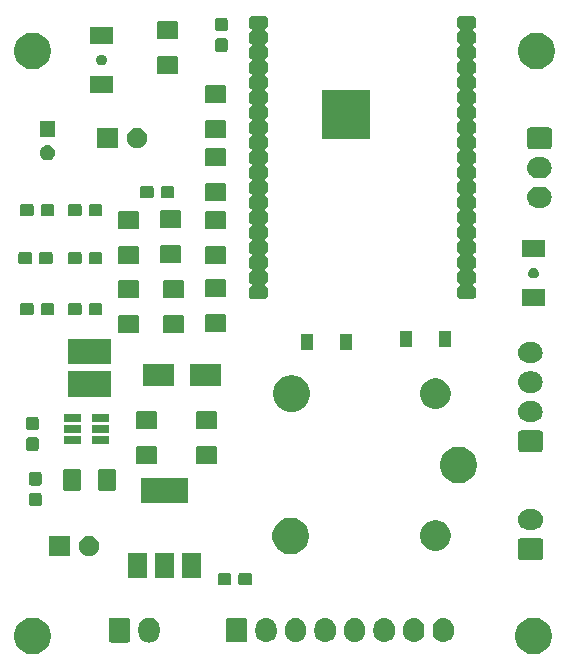
<source format=gbr>
G04 #@! TF.GenerationSoftware,KiCad,Pcbnew,5.1.5+dfsg1-2build2*
G04 #@! TF.CreationDate,2021-12-30T00:51:53-05:00*
G04 #@! TF.ProjectId,schematics,73636865-6d61-4746-9963-732e6b696361,rev?*
G04 #@! TF.SameCoordinates,Original*
G04 #@! TF.FileFunction,Soldermask,Top*
G04 #@! TF.FilePolarity,Negative*
%FSLAX46Y46*%
G04 Gerber Fmt 4.6, Leading zero omitted, Abs format (unit mm)*
G04 Created by KiCad (PCBNEW 5.1.5+dfsg1-2build2) date 2021-12-30 00:51:53*
%MOMM*%
%LPD*%
G04 APERTURE LIST*
%ADD10C,0.100000*%
G04 APERTURE END LIST*
D10*
G36*
X215351953Y-168387172D02*
G01*
X215590410Y-168434604D01*
X215872674Y-168551521D01*
X216126705Y-168721259D01*
X216342741Y-168937295D01*
X216512479Y-169191326D01*
X216629396Y-169473590D01*
X216689000Y-169773240D01*
X216689000Y-170078760D01*
X216629396Y-170378410D01*
X216512479Y-170660674D01*
X216342741Y-170914705D01*
X216126705Y-171130741D01*
X215872674Y-171300479D01*
X215590410Y-171417396D01*
X215440585Y-171447198D01*
X215290761Y-171477000D01*
X214985239Y-171477000D01*
X214835415Y-171447198D01*
X214685590Y-171417396D01*
X214403326Y-171300479D01*
X214149295Y-171130741D01*
X213933259Y-170914705D01*
X213763521Y-170660674D01*
X213646604Y-170378410D01*
X213587000Y-170078760D01*
X213587000Y-169773240D01*
X213646604Y-169473590D01*
X213763521Y-169191326D01*
X213933259Y-168937295D01*
X214149295Y-168721259D01*
X214403326Y-168551521D01*
X214685590Y-168434604D01*
X214924047Y-168387172D01*
X214985239Y-168375000D01*
X215290761Y-168375000D01*
X215351953Y-168387172D01*
G37*
G36*
X172933953Y-168387172D02*
G01*
X173172410Y-168434604D01*
X173454674Y-168551521D01*
X173708705Y-168721259D01*
X173924741Y-168937295D01*
X174094479Y-169191326D01*
X174211396Y-169473590D01*
X174271000Y-169773240D01*
X174271000Y-170078760D01*
X174211396Y-170378410D01*
X174094479Y-170660674D01*
X173924741Y-170914705D01*
X173708705Y-171130741D01*
X173454674Y-171300479D01*
X173172410Y-171417396D01*
X173022585Y-171447198D01*
X172872761Y-171477000D01*
X172567239Y-171477000D01*
X172417415Y-171447198D01*
X172267590Y-171417396D01*
X171985326Y-171300479D01*
X171731295Y-171130741D01*
X171515259Y-170914705D01*
X171345521Y-170660674D01*
X171228604Y-170378410D01*
X171169000Y-170078760D01*
X171169000Y-169773240D01*
X171228604Y-169473590D01*
X171345521Y-169191326D01*
X171515259Y-168937295D01*
X171731295Y-168721259D01*
X171985326Y-168551521D01*
X172267590Y-168434604D01*
X172506047Y-168387172D01*
X172567239Y-168375000D01*
X172872761Y-168375000D01*
X172933953Y-168387172D01*
G37*
G36*
X182762626Y-168380037D02*
G01*
X182932465Y-168431557D01*
X182932467Y-168431558D01*
X183088989Y-168515221D01*
X183226186Y-168627814D01*
X183302873Y-168721259D01*
X183338778Y-168765009D01*
X183422443Y-168921534D01*
X183473963Y-169091373D01*
X183487000Y-169223742D01*
X183487000Y-169612257D01*
X183473963Y-169744626D01*
X183422443Y-169914466D01*
X183338778Y-170070991D01*
X183332402Y-170078760D01*
X183226186Y-170208186D01*
X183138178Y-170280411D01*
X183088991Y-170320778D01*
X182932466Y-170404443D01*
X182762627Y-170455963D01*
X182586000Y-170473359D01*
X182409374Y-170455963D01*
X182239535Y-170404443D01*
X182083010Y-170320778D01*
X181945815Y-170208185D01*
X181833222Y-170070991D01*
X181749557Y-169914466D01*
X181698037Y-169744627D01*
X181685000Y-169612258D01*
X181685000Y-169223743D01*
X181688193Y-169191328D01*
X181698037Y-169091376D01*
X181698037Y-169091374D01*
X181749557Y-168921535D01*
X181749559Y-168921532D01*
X181833221Y-168765011D01*
X181945814Y-168627814D01*
X182059641Y-168534400D01*
X182083009Y-168515222D01*
X182229985Y-168436661D01*
X182239532Y-168431558D01*
X182239534Y-168431557D01*
X182409373Y-168380037D01*
X182586000Y-168362641D01*
X182762626Y-168380037D01*
G37*
G36*
X180844600Y-168370989D02*
G01*
X180877652Y-168381015D01*
X180908103Y-168397292D01*
X180934799Y-168419201D01*
X180956708Y-168445897D01*
X180972985Y-168476348D01*
X180983011Y-168509400D01*
X180987000Y-168549903D01*
X180987000Y-170286097D01*
X180983011Y-170326600D01*
X180972985Y-170359652D01*
X180956708Y-170390103D01*
X180934799Y-170416799D01*
X180908103Y-170438708D01*
X180877652Y-170454985D01*
X180844600Y-170465011D01*
X180804097Y-170469000D01*
X179367903Y-170469000D01*
X179327400Y-170465011D01*
X179294348Y-170454985D01*
X179263897Y-170438708D01*
X179237201Y-170416799D01*
X179215292Y-170390103D01*
X179199015Y-170359652D01*
X179188989Y-170326600D01*
X179185000Y-170286097D01*
X179185000Y-168549903D01*
X179188989Y-168509400D01*
X179199015Y-168476348D01*
X179215292Y-168445897D01*
X179237201Y-168419201D01*
X179263897Y-168397292D01*
X179294348Y-168381015D01*
X179327400Y-168370989D01*
X179367903Y-168367000D01*
X180804097Y-168367000D01*
X180844600Y-168370989D01*
G37*
G36*
X195168626Y-168405037D02*
G01*
X195338465Y-168456557D01*
X195338467Y-168456558D01*
X195494989Y-168540221D01*
X195632186Y-168652814D01*
X195688357Y-168721260D01*
X195744778Y-168790009D01*
X195828443Y-168946534D01*
X195879963Y-169116373D01*
X195879963Y-169116375D01*
X195893000Y-169248740D01*
X195893000Y-169587259D01*
X195886481Y-169653442D01*
X195879963Y-169719626D01*
X195828443Y-169889466D01*
X195744778Y-170045991D01*
X195724261Y-170070991D01*
X195632186Y-170183186D01*
X195543827Y-170255699D01*
X195494991Y-170295778D01*
X195494989Y-170295779D01*
X195340401Y-170378409D01*
X195338466Y-170379443D01*
X195168627Y-170430963D01*
X194992000Y-170448359D01*
X194815374Y-170430963D01*
X194645535Y-170379443D01*
X194643601Y-170378409D01*
X194489012Y-170295779D01*
X194489010Y-170295778D01*
X194351815Y-170183185D01*
X194239222Y-170045991D01*
X194155557Y-169889466D01*
X194104037Y-169719627D01*
X194091000Y-169587258D01*
X194091000Y-169248743D01*
X194093463Y-169223740D01*
X194104037Y-169116376D01*
X194104037Y-169116374D01*
X194155557Y-168946535D01*
X194239222Y-168790010D01*
X194259738Y-168765011D01*
X194351814Y-168652814D01*
X194453271Y-168569552D01*
X194489009Y-168540222D01*
X194645534Y-168456557D01*
X194815373Y-168405037D01*
X194992000Y-168387641D01*
X195168626Y-168405037D01*
G37*
G36*
X192668626Y-168405037D02*
G01*
X192838465Y-168456557D01*
X192838467Y-168456558D01*
X192994989Y-168540221D01*
X193132186Y-168652814D01*
X193188357Y-168721260D01*
X193244778Y-168790009D01*
X193328443Y-168946534D01*
X193379963Y-169116373D01*
X193379963Y-169116375D01*
X193393000Y-169248740D01*
X193393000Y-169587259D01*
X193386481Y-169653442D01*
X193379963Y-169719626D01*
X193328443Y-169889466D01*
X193244778Y-170045991D01*
X193224261Y-170070991D01*
X193132186Y-170183186D01*
X193043827Y-170255699D01*
X192994991Y-170295778D01*
X192994989Y-170295779D01*
X192840401Y-170378409D01*
X192838466Y-170379443D01*
X192668627Y-170430963D01*
X192492000Y-170448359D01*
X192315374Y-170430963D01*
X192145535Y-170379443D01*
X192143601Y-170378409D01*
X191989012Y-170295779D01*
X191989010Y-170295778D01*
X191851815Y-170183185D01*
X191739222Y-170045991D01*
X191655557Y-169889466D01*
X191604037Y-169719627D01*
X191591000Y-169587258D01*
X191591000Y-169248743D01*
X191593463Y-169223740D01*
X191604037Y-169116376D01*
X191604037Y-169116374D01*
X191655557Y-168946535D01*
X191739222Y-168790010D01*
X191759738Y-168765011D01*
X191851814Y-168652814D01*
X191953271Y-168569552D01*
X191989009Y-168540222D01*
X192145534Y-168456557D01*
X192315373Y-168405037D01*
X192492000Y-168387641D01*
X192668626Y-168405037D01*
G37*
G36*
X200168626Y-168405037D02*
G01*
X200338465Y-168456557D01*
X200338467Y-168456558D01*
X200494989Y-168540221D01*
X200632186Y-168652814D01*
X200688357Y-168721260D01*
X200744778Y-168790009D01*
X200828443Y-168946534D01*
X200879963Y-169116373D01*
X200879963Y-169116375D01*
X200893000Y-169248740D01*
X200893000Y-169587259D01*
X200886481Y-169653442D01*
X200879963Y-169719626D01*
X200828443Y-169889466D01*
X200744778Y-170045991D01*
X200724261Y-170070991D01*
X200632186Y-170183186D01*
X200543827Y-170255699D01*
X200494991Y-170295778D01*
X200494989Y-170295779D01*
X200340401Y-170378409D01*
X200338466Y-170379443D01*
X200168627Y-170430963D01*
X199992000Y-170448359D01*
X199815374Y-170430963D01*
X199645535Y-170379443D01*
X199643601Y-170378409D01*
X199489012Y-170295779D01*
X199489010Y-170295778D01*
X199351815Y-170183185D01*
X199239222Y-170045991D01*
X199155557Y-169889466D01*
X199104037Y-169719627D01*
X199091000Y-169587258D01*
X199091000Y-169248743D01*
X199093463Y-169223740D01*
X199104037Y-169116376D01*
X199104037Y-169116374D01*
X199155557Y-168946535D01*
X199239222Y-168790010D01*
X199259738Y-168765011D01*
X199351814Y-168652814D01*
X199453271Y-168569552D01*
X199489009Y-168540222D01*
X199645534Y-168456557D01*
X199815373Y-168405037D01*
X199992000Y-168387641D01*
X200168626Y-168405037D01*
G37*
G36*
X202668626Y-168405037D02*
G01*
X202838465Y-168456557D01*
X202838467Y-168456558D01*
X202994989Y-168540221D01*
X203132186Y-168652814D01*
X203188357Y-168721260D01*
X203244778Y-168790009D01*
X203328443Y-168946534D01*
X203379963Y-169116373D01*
X203379963Y-169116375D01*
X203393000Y-169248740D01*
X203393000Y-169587259D01*
X203386481Y-169653442D01*
X203379963Y-169719626D01*
X203328443Y-169889466D01*
X203244778Y-170045991D01*
X203224261Y-170070991D01*
X203132186Y-170183186D01*
X203043827Y-170255699D01*
X202994991Y-170295778D01*
X202994989Y-170295779D01*
X202840401Y-170378409D01*
X202838466Y-170379443D01*
X202668627Y-170430963D01*
X202492000Y-170448359D01*
X202315374Y-170430963D01*
X202145535Y-170379443D01*
X202143601Y-170378409D01*
X201989012Y-170295779D01*
X201989010Y-170295778D01*
X201851815Y-170183185D01*
X201739222Y-170045991D01*
X201655557Y-169889466D01*
X201604037Y-169719627D01*
X201591000Y-169587258D01*
X201591000Y-169248743D01*
X201593463Y-169223740D01*
X201604037Y-169116376D01*
X201604037Y-169116374D01*
X201655557Y-168946535D01*
X201739222Y-168790010D01*
X201759738Y-168765011D01*
X201851814Y-168652814D01*
X201953271Y-168569552D01*
X201989009Y-168540222D01*
X202145534Y-168456557D01*
X202315373Y-168405037D01*
X202492000Y-168387641D01*
X202668626Y-168405037D01*
G37*
G36*
X205168626Y-168405037D02*
G01*
X205338465Y-168456557D01*
X205338467Y-168456558D01*
X205494989Y-168540221D01*
X205632186Y-168652814D01*
X205688357Y-168721260D01*
X205744778Y-168790009D01*
X205828443Y-168946534D01*
X205879963Y-169116373D01*
X205879963Y-169116375D01*
X205893000Y-169248740D01*
X205893000Y-169587259D01*
X205886481Y-169653442D01*
X205879963Y-169719626D01*
X205828443Y-169889466D01*
X205744778Y-170045991D01*
X205724261Y-170070991D01*
X205632186Y-170183186D01*
X205543827Y-170255699D01*
X205494991Y-170295778D01*
X205494989Y-170295779D01*
X205340401Y-170378409D01*
X205338466Y-170379443D01*
X205168627Y-170430963D01*
X204992000Y-170448359D01*
X204815374Y-170430963D01*
X204645535Y-170379443D01*
X204643601Y-170378409D01*
X204489012Y-170295779D01*
X204489010Y-170295778D01*
X204351815Y-170183185D01*
X204239222Y-170045991D01*
X204155557Y-169889466D01*
X204104037Y-169719627D01*
X204091000Y-169587258D01*
X204091000Y-169248743D01*
X204093463Y-169223740D01*
X204104037Y-169116376D01*
X204104037Y-169116374D01*
X204155557Y-168946535D01*
X204239222Y-168790010D01*
X204259738Y-168765011D01*
X204351814Y-168652814D01*
X204453271Y-168569552D01*
X204489009Y-168540222D01*
X204645534Y-168456557D01*
X204815373Y-168405037D01*
X204992000Y-168387641D01*
X205168626Y-168405037D01*
G37*
G36*
X207668626Y-168405037D02*
G01*
X207838465Y-168456557D01*
X207838467Y-168456558D01*
X207994989Y-168540221D01*
X208132186Y-168652814D01*
X208188357Y-168721260D01*
X208244778Y-168790009D01*
X208328443Y-168946534D01*
X208379963Y-169116373D01*
X208379963Y-169116375D01*
X208393000Y-169248740D01*
X208393000Y-169587259D01*
X208386481Y-169653442D01*
X208379963Y-169719626D01*
X208328443Y-169889466D01*
X208244778Y-170045991D01*
X208224261Y-170070991D01*
X208132186Y-170183186D01*
X208043827Y-170255699D01*
X207994991Y-170295778D01*
X207994989Y-170295779D01*
X207840401Y-170378409D01*
X207838466Y-170379443D01*
X207668627Y-170430963D01*
X207492000Y-170448359D01*
X207315374Y-170430963D01*
X207145535Y-170379443D01*
X207143601Y-170378409D01*
X206989012Y-170295779D01*
X206989010Y-170295778D01*
X206851815Y-170183185D01*
X206739222Y-170045991D01*
X206655557Y-169889466D01*
X206604037Y-169719627D01*
X206591000Y-169587258D01*
X206591000Y-169248743D01*
X206593463Y-169223740D01*
X206604037Y-169116376D01*
X206604037Y-169116374D01*
X206655557Y-168946535D01*
X206739222Y-168790010D01*
X206759738Y-168765011D01*
X206851814Y-168652814D01*
X206953271Y-168569552D01*
X206989009Y-168540222D01*
X207145534Y-168456557D01*
X207315373Y-168405037D01*
X207492000Y-168387641D01*
X207668626Y-168405037D01*
G37*
G36*
X197668626Y-168405037D02*
G01*
X197838465Y-168456557D01*
X197838467Y-168456558D01*
X197994989Y-168540221D01*
X198132186Y-168652814D01*
X198188357Y-168721260D01*
X198244778Y-168790009D01*
X198328443Y-168946534D01*
X198379963Y-169116373D01*
X198379963Y-169116375D01*
X198393000Y-169248740D01*
X198393000Y-169587259D01*
X198386481Y-169653442D01*
X198379963Y-169719626D01*
X198328443Y-169889466D01*
X198244778Y-170045991D01*
X198224261Y-170070991D01*
X198132186Y-170183186D01*
X198043827Y-170255699D01*
X197994991Y-170295778D01*
X197994989Y-170295779D01*
X197840401Y-170378409D01*
X197838466Y-170379443D01*
X197668627Y-170430963D01*
X197492000Y-170448359D01*
X197315374Y-170430963D01*
X197145535Y-170379443D01*
X197143601Y-170378409D01*
X196989012Y-170295779D01*
X196989010Y-170295778D01*
X196851815Y-170183185D01*
X196739222Y-170045991D01*
X196655557Y-169889466D01*
X196604037Y-169719627D01*
X196591000Y-169587258D01*
X196591000Y-169248743D01*
X196593463Y-169223740D01*
X196604037Y-169116376D01*
X196604037Y-169116374D01*
X196655557Y-168946535D01*
X196739222Y-168790010D01*
X196759738Y-168765011D01*
X196851814Y-168652814D01*
X196953271Y-168569552D01*
X196989009Y-168540222D01*
X197145534Y-168456557D01*
X197315373Y-168405037D01*
X197492000Y-168387641D01*
X197668626Y-168405037D01*
G37*
G36*
X190750600Y-168395989D02*
G01*
X190783652Y-168406015D01*
X190814103Y-168422292D01*
X190840799Y-168444201D01*
X190862708Y-168470897D01*
X190878985Y-168501348D01*
X190889011Y-168534400D01*
X190893000Y-168574903D01*
X190893000Y-170261097D01*
X190889011Y-170301600D01*
X190878985Y-170334652D01*
X190862708Y-170365103D01*
X190840799Y-170391799D01*
X190814103Y-170413708D01*
X190783652Y-170429985D01*
X190750600Y-170440011D01*
X190710097Y-170444000D01*
X189273903Y-170444000D01*
X189233400Y-170440011D01*
X189200348Y-170429985D01*
X189169897Y-170413708D01*
X189143201Y-170391799D01*
X189121292Y-170365103D01*
X189105015Y-170334652D01*
X189094989Y-170301600D01*
X189091000Y-170261097D01*
X189091000Y-168574903D01*
X189094989Y-168534400D01*
X189105015Y-168501348D01*
X189121292Y-168470897D01*
X189143201Y-168444201D01*
X189169897Y-168422292D01*
X189200348Y-168406015D01*
X189233400Y-168395989D01*
X189273903Y-168392000D01*
X190710097Y-168392000D01*
X190750600Y-168395989D01*
G37*
G36*
X189390499Y-164578445D02*
G01*
X189427995Y-164589820D01*
X189462554Y-164608292D01*
X189492847Y-164633153D01*
X189517708Y-164663446D01*
X189536180Y-164698005D01*
X189547555Y-164735501D01*
X189552000Y-164780638D01*
X189552000Y-165419362D01*
X189547555Y-165464499D01*
X189536180Y-165501995D01*
X189517708Y-165536554D01*
X189492847Y-165566847D01*
X189462554Y-165591708D01*
X189427995Y-165610180D01*
X189390499Y-165621555D01*
X189345362Y-165626000D01*
X188606638Y-165626000D01*
X188561501Y-165621555D01*
X188524005Y-165610180D01*
X188489446Y-165591708D01*
X188459153Y-165566847D01*
X188434292Y-165536554D01*
X188415820Y-165501995D01*
X188404445Y-165464499D01*
X188400000Y-165419362D01*
X188400000Y-164780638D01*
X188404445Y-164735501D01*
X188415820Y-164698005D01*
X188434292Y-164663446D01*
X188459153Y-164633153D01*
X188489446Y-164608292D01*
X188524005Y-164589820D01*
X188561501Y-164578445D01*
X188606638Y-164574000D01*
X189345362Y-164574000D01*
X189390499Y-164578445D01*
G37*
G36*
X191140499Y-164578445D02*
G01*
X191177995Y-164589820D01*
X191212554Y-164608292D01*
X191242847Y-164633153D01*
X191267708Y-164663446D01*
X191286180Y-164698005D01*
X191297555Y-164735501D01*
X191302000Y-164780638D01*
X191302000Y-165419362D01*
X191297555Y-165464499D01*
X191286180Y-165501995D01*
X191267708Y-165536554D01*
X191242847Y-165566847D01*
X191212554Y-165591708D01*
X191177995Y-165610180D01*
X191140499Y-165621555D01*
X191095362Y-165626000D01*
X190356638Y-165626000D01*
X190311501Y-165621555D01*
X190274005Y-165610180D01*
X190239446Y-165591708D01*
X190209153Y-165566847D01*
X190184292Y-165536554D01*
X190165820Y-165501995D01*
X190154445Y-165464499D01*
X190150000Y-165419362D01*
X190150000Y-164780638D01*
X190154445Y-164735501D01*
X190165820Y-164698005D01*
X190184292Y-164663446D01*
X190209153Y-164633153D01*
X190239446Y-164608292D01*
X190274005Y-164589820D01*
X190311501Y-164578445D01*
X190356638Y-164574000D01*
X191095362Y-164574000D01*
X191140499Y-164578445D01*
G37*
G36*
X184697000Y-164983000D02*
G01*
X183095000Y-164983000D01*
X183095000Y-162881000D01*
X184697000Y-162881000D01*
X184697000Y-164983000D01*
G37*
G36*
X186997000Y-164983000D02*
G01*
X185395000Y-164983000D01*
X185395000Y-162881000D01*
X186997000Y-162881000D01*
X186997000Y-164983000D01*
G37*
G36*
X182397000Y-164983000D02*
G01*
X180795000Y-164983000D01*
X180795000Y-162881000D01*
X182397000Y-162881000D01*
X182397000Y-164983000D01*
G37*
G36*
X215792600Y-161662989D02*
G01*
X215825652Y-161673015D01*
X215856103Y-161689292D01*
X215882799Y-161711201D01*
X215904708Y-161737897D01*
X215920985Y-161768348D01*
X215931011Y-161801400D01*
X215935000Y-161841903D01*
X215935000Y-163278097D01*
X215931011Y-163318600D01*
X215920985Y-163351652D01*
X215904708Y-163382103D01*
X215882799Y-163408799D01*
X215856103Y-163430708D01*
X215825652Y-163446985D01*
X215792600Y-163457011D01*
X215752097Y-163461000D01*
X214015903Y-163461000D01*
X213975400Y-163457011D01*
X213942348Y-163446985D01*
X213911897Y-163430708D01*
X213885201Y-163408799D01*
X213863292Y-163382103D01*
X213847015Y-163351652D01*
X213836989Y-163318600D01*
X213833000Y-163278097D01*
X213833000Y-161841903D01*
X213836989Y-161801400D01*
X213847015Y-161768348D01*
X213863292Y-161737897D01*
X213885201Y-161711201D01*
X213911897Y-161689292D01*
X213942348Y-161673015D01*
X213975400Y-161662989D01*
X214015903Y-161659000D01*
X215752097Y-161659000D01*
X215792600Y-161662989D01*
G37*
G36*
X177754228Y-161487703D02*
G01*
X177909100Y-161551853D01*
X178048481Y-161644985D01*
X178167015Y-161763519D01*
X178260147Y-161902900D01*
X178324297Y-162057772D01*
X178357000Y-162222184D01*
X178357000Y-162389816D01*
X178324297Y-162554228D01*
X178260147Y-162709100D01*
X178167015Y-162848481D01*
X178048481Y-162967015D01*
X177909100Y-163060147D01*
X177754228Y-163124297D01*
X177589816Y-163157000D01*
X177422184Y-163157000D01*
X177257772Y-163124297D01*
X177102900Y-163060147D01*
X176963519Y-162967015D01*
X176844985Y-162848481D01*
X176751853Y-162709100D01*
X176687703Y-162554228D01*
X176655000Y-162389816D01*
X176655000Y-162222184D01*
X176687703Y-162057772D01*
X176751853Y-161902900D01*
X176844985Y-161763519D01*
X176963519Y-161644985D01*
X177102900Y-161551853D01*
X177257772Y-161487703D01*
X177422184Y-161455000D01*
X177589816Y-161455000D01*
X177754228Y-161487703D01*
G37*
G36*
X175857000Y-163157000D02*
G01*
X174155000Y-163157000D01*
X174155000Y-161455000D01*
X175857000Y-161455000D01*
X175857000Y-163157000D01*
G37*
G36*
X194890585Y-159926802D02*
G01*
X195040410Y-159956604D01*
X195322674Y-160073521D01*
X195576705Y-160243259D01*
X195792741Y-160459295D01*
X195962479Y-160713326D01*
X196079396Y-160995590D01*
X196139000Y-161295240D01*
X196139000Y-161600760D01*
X196079396Y-161900410D01*
X195962479Y-162182674D01*
X195792741Y-162436705D01*
X195576705Y-162652741D01*
X195322674Y-162822479D01*
X195040410Y-162939396D01*
X194901560Y-162967015D01*
X194740761Y-162999000D01*
X194435239Y-162999000D01*
X194274440Y-162967015D01*
X194135590Y-162939396D01*
X193853326Y-162822479D01*
X193599295Y-162652741D01*
X193383259Y-162436705D01*
X193213521Y-162182674D01*
X193096604Y-161900410D01*
X193037000Y-161600760D01*
X193037000Y-161295240D01*
X193096604Y-160995590D01*
X193213521Y-160713326D01*
X193383259Y-160459295D01*
X193599295Y-160243259D01*
X193853326Y-160073521D01*
X194135590Y-159956604D01*
X194285415Y-159926802D01*
X194435239Y-159897000D01*
X194740761Y-159897000D01*
X194890585Y-159926802D01*
G37*
G36*
X207217487Y-160146996D02*
G01*
X207449888Y-160243260D01*
X207454255Y-160245069D01*
X207667339Y-160387447D01*
X207848553Y-160568661D01*
X207990932Y-160781747D01*
X208089004Y-161018513D01*
X208139000Y-161269861D01*
X208139000Y-161526139D01*
X208089004Y-161777487D01*
X208028316Y-161924000D01*
X207990931Y-162014255D01*
X207848553Y-162227339D01*
X207667339Y-162408553D01*
X207454255Y-162550931D01*
X207454254Y-162550932D01*
X207454253Y-162550932D01*
X207217487Y-162649004D01*
X206966139Y-162699000D01*
X206709861Y-162699000D01*
X206458513Y-162649004D01*
X206221747Y-162550932D01*
X206221746Y-162550932D01*
X206221745Y-162550931D01*
X206008661Y-162408553D01*
X205827447Y-162227339D01*
X205685069Y-162014255D01*
X205647684Y-161924000D01*
X205586996Y-161777487D01*
X205537000Y-161526139D01*
X205537000Y-161269861D01*
X205586996Y-161018513D01*
X205685068Y-160781747D01*
X205827447Y-160568661D01*
X206008661Y-160387447D01*
X206221745Y-160245069D01*
X206226112Y-160243260D01*
X206458513Y-160146996D01*
X206709861Y-160097000D01*
X206966139Y-160097000D01*
X207217487Y-160146996D01*
G37*
G36*
X215144442Y-159165518D02*
G01*
X215210627Y-159172037D01*
X215380466Y-159223557D01*
X215536991Y-159307222D01*
X215572729Y-159336552D01*
X215674186Y-159419814D01*
X215757448Y-159521271D01*
X215786778Y-159557009D01*
X215870443Y-159713534D01*
X215921963Y-159883373D01*
X215939359Y-160060000D01*
X215921963Y-160236627D01*
X215870443Y-160406466D01*
X215786778Y-160562991D01*
X215757448Y-160598729D01*
X215674186Y-160700186D01*
X215574805Y-160781745D01*
X215536991Y-160812778D01*
X215380466Y-160896443D01*
X215210627Y-160947963D01*
X215144442Y-160954482D01*
X215078260Y-160961000D01*
X214689740Y-160961000D01*
X214623558Y-160954482D01*
X214557373Y-160947963D01*
X214387534Y-160896443D01*
X214231009Y-160812778D01*
X214193195Y-160781745D01*
X214093814Y-160700186D01*
X214010552Y-160598729D01*
X213981222Y-160562991D01*
X213897557Y-160406466D01*
X213846037Y-160236627D01*
X213828641Y-160060000D01*
X213846037Y-159883373D01*
X213897557Y-159713534D01*
X213981222Y-159557009D01*
X214010552Y-159521271D01*
X214093814Y-159419814D01*
X214195271Y-159336552D01*
X214231009Y-159307222D01*
X214387534Y-159223557D01*
X214557373Y-159172037D01*
X214623558Y-159165518D01*
X214689740Y-159159000D01*
X215078260Y-159159000D01*
X215144442Y-159165518D01*
G37*
G36*
X173338499Y-157783445D02*
G01*
X173375995Y-157794820D01*
X173410554Y-157813292D01*
X173440847Y-157838153D01*
X173465708Y-157868446D01*
X173484180Y-157903005D01*
X173495555Y-157940501D01*
X173500000Y-157985638D01*
X173500000Y-158724362D01*
X173495555Y-158769499D01*
X173484180Y-158806995D01*
X173465708Y-158841554D01*
X173440847Y-158871847D01*
X173410554Y-158896708D01*
X173375995Y-158915180D01*
X173338499Y-158926555D01*
X173293362Y-158931000D01*
X172654638Y-158931000D01*
X172609501Y-158926555D01*
X172572005Y-158915180D01*
X172537446Y-158896708D01*
X172507153Y-158871847D01*
X172482292Y-158841554D01*
X172463820Y-158806995D01*
X172452445Y-158769499D01*
X172448000Y-158724362D01*
X172448000Y-157985638D01*
X172452445Y-157940501D01*
X172463820Y-157903005D01*
X172482292Y-157868446D01*
X172507153Y-157838153D01*
X172537446Y-157813292D01*
X172572005Y-157794820D01*
X172609501Y-157783445D01*
X172654638Y-157779000D01*
X173293362Y-157779000D01*
X173338499Y-157783445D01*
G37*
G36*
X185847000Y-158683000D02*
G01*
X181945000Y-158683000D01*
X181945000Y-156581000D01*
X185847000Y-156581000D01*
X185847000Y-158683000D01*
G37*
G36*
X176671562Y-155796181D02*
G01*
X176706481Y-155806774D01*
X176738663Y-155823976D01*
X176766873Y-155847127D01*
X176790024Y-155875337D01*
X176807226Y-155907519D01*
X176817819Y-155942438D01*
X176822000Y-155984895D01*
X176822000Y-157451105D01*
X176817819Y-157493562D01*
X176807226Y-157528481D01*
X176790024Y-157560663D01*
X176766873Y-157588873D01*
X176738663Y-157612024D01*
X176706481Y-157629226D01*
X176671562Y-157639819D01*
X176629105Y-157644000D01*
X175487895Y-157644000D01*
X175445438Y-157639819D01*
X175410519Y-157629226D01*
X175378337Y-157612024D01*
X175350127Y-157588873D01*
X175326976Y-157560663D01*
X175309774Y-157528481D01*
X175299181Y-157493562D01*
X175295000Y-157451105D01*
X175295000Y-155984895D01*
X175299181Y-155942438D01*
X175309774Y-155907519D01*
X175326976Y-155875337D01*
X175350127Y-155847127D01*
X175378337Y-155823976D01*
X175410519Y-155806774D01*
X175445438Y-155796181D01*
X175487895Y-155792000D01*
X176629105Y-155792000D01*
X176671562Y-155796181D01*
G37*
G36*
X179646562Y-155796181D02*
G01*
X179681481Y-155806774D01*
X179713663Y-155823976D01*
X179741873Y-155847127D01*
X179765024Y-155875337D01*
X179782226Y-155907519D01*
X179792819Y-155942438D01*
X179797000Y-155984895D01*
X179797000Y-157451105D01*
X179792819Y-157493562D01*
X179782226Y-157528481D01*
X179765024Y-157560663D01*
X179741873Y-157588873D01*
X179713663Y-157612024D01*
X179681481Y-157629226D01*
X179646562Y-157639819D01*
X179604105Y-157644000D01*
X178462895Y-157644000D01*
X178420438Y-157639819D01*
X178385519Y-157629226D01*
X178353337Y-157612024D01*
X178325127Y-157588873D01*
X178301976Y-157560663D01*
X178284774Y-157528481D01*
X178274181Y-157493562D01*
X178270000Y-157451105D01*
X178270000Y-155984895D01*
X178274181Y-155942438D01*
X178284774Y-155907519D01*
X178301976Y-155875337D01*
X178325127Y-155847127D01*
X178353337Y-155823976D01*
X178385519Y-155806774D01*
X178420438Y-155796181D01*
X178462895Y-155792000D01*
X179604105Y-155792000D01*
X179646562Y-155796181D01*
G37*
G36*
X173338499Y-156033445D02*
G01*
X173375995Y-156044820D01*
X173410554Y-156063292D01*
X173440847Y-156088153D01*
X173465708Y-156118446D01*
X173484180Y-156153005D01*
X173495555Y-156190501D01*
X173500000Y-156235638D01*
X173500000Y-156974362D01*
X173495555Y-157019499D01*
X173484180Y-157056995D01*
X173465708Y-157091554D01*
X173440847Y-157121847D01*
X173410554Y-157146708D01*
X173375995Y-157165180D01*
X173338499Y-157176555D01*
X173293362Y-157181000D01*
X172654638Y-157181000D01*
X172609501Y-157176555D01*
X172572005Y-157165180D01*
X172537446Y-157146708D01*
X172507153Y-157121847D01*
X172482292Y-157091554D01*
X172463820Y-157056995D01*
X172452445Y-157019499D01*
X172448000Y-156974362D01*
X172448000Y-156235638D01*
X172452445Y-156190501D01*
X172463820Y-156153005D01*
X172482292Y-156118446D01*
X172507153Y-156088153D01*
X172537446Y-156063292D01*
X172572005Y-156044820D01*
X172609501Y-156033445D01*
X172654638Y-156029000D01*
X173293362Y-156029000D01*
X173338499Y-156033445D01*
G37*
G36*
X208979104Y-153904627D02*
G01*
X209240410Y-153956604D01*
X209522674Y-154073521D01*
X209776705Y-154243259D01*
X209992741Y-154459295D01*
X210162479Y-154713326D01*
X210279396Y-154995590D01*
X210279396Y-154995591D01*
X210332186Y-155260981D01*
X210339000Y-155295240D01*
X210339000Y-155600760D01*
X210279396Y-155900410D01*
X210162479Y-156182674D01*
X209992741Y-156436705D01*
X209776705Y-156652741D01*
X209522674Y-156822479D01*
X209240410Y-156939396D01*
X209090585Y-156969198D01*
X208940761Y-156999000D01*
X208635239Y-156999000D01*
X208485415Y-156969198D01*
X208335590Y-156939396D01*
X208053326Y-156822479D01*
X207799295Y-156652741D01*
X207583259Y-156436705D01*
X207413521Y-156182674D01*
X207296604Y-155900410D01*
X207237000Y-155600760D01*
X207237000Y-155295240D01*
X207243815Y-155260981D01*
X207296604Y-154995591D01*
X207296604Y-154995590D01*
X207413521Y-154713326D01*
X207583259Y-154459295D01*
X207799295Y-154243259D01*
X208053326Y-154073521D01*
X208335590Y-153956604D01*
X208596896Y-153904627D01*
X208635239Y-153897000D01*
X208940761Y-153897000D01*
X208979104Y-153904627D01*
G37*
G36*
X183147562Y-153853681D02*
G01*
X183182481Y-153864274D01*
X183214663Y-153881476D01*
X183242873Y-153904627D01*
X183266024Y-153932837D01*
X183283226Y-153965019D01*
X183293819Y-153999938D01*
X183298000Y-154042395D01*
X183298000Y-155183605D01*
X183293819Y-155226062D01*
X183283226Y-155260981D01*
X183266024Y-155293163D01*
X183242873Y-155321373D01*
X183214663Y-155344524D01*
X183182481Y-155361726D01*
X183147562Y-155372319D01*
X183105105Y-155376500D01*
X181638895Y-155376500D01*
X181596438Y-155372319D01*
X181561519Y-155361726D01*
X181529337Y-155344524D01*
X181501127Y-155321373D01*
X181477976Y-155293163D01*
X181460774Y-155260981D01*
X181450181Y-155226062D01*
X181446000Y-155183605D01*
X181446000Y-154042395D01*
X181450181Y-153999938D01*
X181460774Y-153965019D01*
X181477976Y-153932837D01*
X181501127Y-153904627D01*
X181529337Y-153881476D01*
X181561519Y-153864274D01*
X181596438Y-153853681D01*
X181638895Y-153849500D01*
X183105105Y-153849500D01*
X183147562Y-153853681D01*
G37*
G36*
X188227562Y-153853681D02*
G01*
X188262481Y-153864274D01*
X188294663Y-153881476D01*
X188322873Y-153904627D01*
X188346024Y-153932837D01*
X188363226Y-153965019D01*
X188373819Y-153999938D01*
X188378000Y-154042395D01*
X188378000Y-155183605D01*
X188373819Y-155226062D01*
X188363226Y-155260981D01*
X188346024Y-155293163D01*
X188322873Y-155321373D01*
X188294663Y-155344524D01*
X188262481Y-155361726D01*
X188227562Y-155372319D01*
X188185105Y-155376500D01*
X186718895Y-155376500D01*
X186676438Y-155372319D01*
X186641519Y-155361726D01*
X186609337Y-155344524D01*
X186581127Y-155321373D01*
X186557976Y-155293163D01*
X186540774Y-155260981D01*
X186530181Y-155226062D01*
X186526000Y-155183605D01*
X186526000Y-154042395D01*
X186530181Y-153999938D01*
X186540774Y-153965019D01*
X186557976Y-153932837D01*
X186581127Y-153904627D01*
X186609337Y-153881476D01*
X186641519Y-153864274D01*
X186676438Y-153853681D01*
X186718895Y-153849500D01*
X188185105Y-153849500D01*
X188227562Y-153853681D01*
G37*
G36*
X215767600Y-152518989D02*
G01*
X215800652Y-152529015D01*
X215831103Y-152545292D01*
X215857799Y-152567201D01*
X215879708Y-152593897D01*
X215895985Y-152624348D01*
X215906011Y-152657400D01*
X215910000Y-152697903D01*
X215910000Y-154134097D01*
X215906011Y-154174600D01*
X215895985Y-154207652D01*
X215879708Y-154238103D01*
X215857799Y-154264799D01*
X215831103Y-154286708D01*
X215800652Y-154302985D01*
X215767600Y-154313011D01*
X215727097Y-154317000D01*
X214040903Y-154317000D01*
X214000400Y-154313011D01*
X213967348Y-154302985D01*
X213936897Y-154286708D01*
X213910201Y-154264799D01*
X213888292Y-154238103D01*
X213872015Y-154207652D01*
X213861989Y-154174600D01*
X213858000Y-154134097D01*
X213858000Y-152697903D01*
X213861989Y-152657400D01*
X213872015Y-152624348D01*
X213888292Y-152593897D01*
X213910201Y-152567201D01*
X213936897Y-152545292D01*
X213967348Y-152529015D01*
X214000400Y-152518989D01*
X214040903Y-152515000D01*
X215727097Y-152515000D01*
X215767600Y-152518989D01*
G37*
G36*
X173084499Y-153098445D02*
G01*
X173121995Y-153109820D01*
X173156554Y-153128292D01*
X173186847Y-153153153D01*
X173211708Y-153183446D01*
X173230180Y-153218005D01*
X173241555Y-153255501D01*
X173246000Y-153300638D01*
X173246000Y-154039362D01*
X173241555Y-154084499D01*
X173230180Y-154121995D01*
X173211708Y-154156554D01*
X173186847Y-154186847D01*
X173156554Y-154211708D01*
X173121995Y-154230180D01*
X173084499Y-154241555D01*
X173039362Y-154246000D01*
X172400638Y-154246000D01*
X172355501Y-154241555D01*
X172318005Y-154230180D01*
X172283446Y-154211708D01*
X172253153Y-154186847D01*
X172228292Y-154156554D01*
X172209820Y-154121995D01*
X172198445Y-154084499D01*
X172194000Y-154039362D01*
X172194000Y-153300638D01*
X172198445Y-153255501D01*
X172209820Y-153218005D01*
X172228292Y-153183446D01*
X172253153Y-153153153D01*
X172283446Y-153128292D01*
X172318005Y-153109820D01*
X172355501Y-153098445D01*
X172400638Y-153094000D01*
X173039362Y-153094000D01*
X173084499Y-153098445D01*
G37*
G36*
X179184763Y-153004906D02*
G01*
X179187707Y-153005800D01*
X179190420Y-153007249D01*
X179192798Y-153009202D01*
X179194751Y-153011580D01*
X179196200Y-153014293D01*
X179197094Y-153017237D01*
X179198000Y-153026440D01*
X179198000Y-153673560D01*
X179197094Y-153682763D01*
X179196200Y-153685707D01*
X179194751Y-153688420D01*
X179192798Y-153690798D01*
X179190420Y-153692751D01*
X179187707Y-153694200D01*
X179184763Y-153695094D01*
X179175560Y-153696000D01*
X177748440Y-153696000D01*
X177739237Y-153695094D01*
X177736293Y-153694200D01*
X177733580Y-153692751D01*
X177731202Y-153690798D01*
X177729249Y-153688420D01*
X177727800Y-153685707D01*
X177726906Y-153682763D01*
X177726000Y-153673560D01*
X177726000Y-153026440D01*
X177726906Y-153017237D01*
X177727800Y-153014293D01*
X177729249Y-153011580D01*
X177731202Y-153009202D01*
X177733580Y-153007249D01*
X177736293Y-153005800D01*
X177739237Y-153004906D01*
X177748440Y-153004000D01*
X179175560Y-153004000D01*
X179184763Y-153004906D01*
G37*
G36*
X176844763Y-153004906D02*
G01*
X176847707Y-153005800D01*
X176850420Y-153007249D01*
X176852798Y-153009202D01*
X176854751Y-153011580D01*
X176856200Y-153014293D01*
X176857094Y-153017237D01*
X176858000Y-153026440D01*
X176858000Y-153673560D01*
X176857094Y-153682763D01*
X176856200Y-153685707D01*
X176854751Y-153688420D01*
X176852798Y-153690798D01*
X176850420Y-153692751D01*
X176847707Y-153694200D01*
X176844763Y-153695094D01*
X176835560Y-153696000D01*
X175408440Y-153696000D01*
X175399237Y-153695094D01*
X175396293Y-153694200D01*
X175393580Y-153692751D01*
X175391202Y-153690798D01*
X175389249Y-153688420D01*
X175387800Y-153685707D01*
X175386906Y-153682763D01*
X175386000Y-153673560D01*
X175386000Y-153026440D01*
X175386906Y-153017237D01*
X175387800Y-153014293D01*
X175389249Y-153011580D01*
X175391202Y-153009202D01*
X175393580Y-153007249D01*
X175396293Y-153005800D01*
X175399237Y-153004906D01*
X175408440Y-153004000D01*
X176835560Y-153004000D01*
X176844763Y-153004906D01*
G37*
G36*
X179184763Y-152054906D02*
G01*
X179187707Y-152055800D01*
X179190420Y-152057249D01*
X179192798Y-152059202D01*
X179194751Y-152061580D01*
X179196200Y-152064293D01*
X179197094Y-152067237D01*
X179198000Y-152076440D01*
X179198000Y-152723560D01*
X179197094Y-152732763D01*
X179196200Y-152735707D01*
X179194751Y-152738420D01*
X179192798Y-152740798D01*
X179190420Y-152742751D01*
X179187707Y-152744200D01*
X179184763Y-152745094D01*
X179175560Y-152746000D01*
X177748440Y-152746000D01*
X177739237Y-152745094D01*
X177736293Y-152744200D01*
X177733580Y-152742751D01*
X177731202Y-152740798D01*
X177729249Y-152738420D01*
X177727800Y-152735707D01*
X177726906Y-152732763D01*
X177726000Y-152723560D01*
X177726000Y-152076440D01*
X177726906Y-152067237D01*
X177727800Y-152064293D01*
X177729249Y-152061580D01*
X177731202Y-152059202D01*
X177733580Y-152057249D01*
X177736293Y-152055800D01*
X177739237Y-152054906D01*
X177748440Y-152054000D01*
X179175560Y-152054000D01*
X179184763Y-152054906D01*
G37*
G36*
X176844763Y-152054906D02*
G01*
X176847707Y-152055800D01*
X176850420Y-152057249D01*
X176852798Y-152059202D01*
X176854751Y-152061580D01*
X176856200Y-152064293D01*
X176857094Y-152067237D01*
X176858000Y-152076440D01*
X176858000Y-152723560D01*
X176857094Y-152732763D01*
X176856200Y-152735707D01*
X176854751Y-152738420D01*
X176852798Y-152740798D01*
X176850420Y-152742751D01*
X176847707Y-152744200D01*
X176844763Y-152745094D01*
X176835560Y-152746000D01*
X175408440Y-152746000D01*
X175399237Y-152745094D01*
X175396293Y-152744200D01*
X175393580Y-152742751D01*
X175391202Y-152740798D01*
X175389249Y-152738420D01*
X175387800Y-152735707D01*
X175386906Y-152732763D01*
X175386000Y-152723560D01*
X175386000Y-152076440D01*
X175386906Y-152067237D01*
X175387800Y-152064293D01*
X175389249Y-152061580D01*
X175391202Y-152059202D01*
X175393580Y-152057249D01*
X175396293Y-152055800D01*
X175399237Y-152054906D01*
X175408440Y-152054000D01*
X176835560Y-152054000D01*
X176844763Y-152054906D01*
G37*
G36*
X173084499Y-151348445D02*
G01*
X173121995Y-151359820D01*
X173156554Y-151378292D01*
X173186847Y-151403153D01*
X173211708Y-151433446D01*
X173230180Y-151468005D01*
X173241555Y-151505501D01*
X173246000Y-151550638D01*
X173246000Y-152289362D01*
X173241555Y-152334499D01*
X173230180Y-152371995D01*
X173211708Y-152406554D01*
X173186847Y-152436847D01*
X173156554Y-152461708D01*
X173121995Y-152480180D01*
X173084499Y-152491555D01*
X173039362Y-152496000D01*
X172400638Y-152496000D01*
X172355501Y-152491555D01*
X172318005Y-152480180D01*
X172283446Y-152461708D01*
X172253153Y-152436847D01*
X172228292Y-152406554D01*
X172209820Y-152371995D01*
X172198445Y-152334499D01*
X172194000Y-152289362D01*
X172194000Y-151550638D01*
X172198445Y-151505501D01*
X172209820Y-151468005D01*
X172228292Y-151433446D01*
X172253153Y-151403153D01*
X172283446Y-151378292D01*
X172318005Y-151359820D01*
X172355501Y-151348445D01*
X172400638Y-151344000D01*
X173039362Y-151344000D01*
X173084499Y-151348445D01*
G37*
G36*
X188227562Y-150878681D02*
G01*
X188262481Y-150889274D01*
X188294663Y-150906476D01*
X188322873Y-150929627D01*
X188346024Y-150957837D01*
X188363226Y-150990019D01*
X188373819Y-151024938D01*
X188378000Y-151067395D01*
X188378000Y-152208605D01*
X188373819Y-152251062D01*
X188363226Y-152285981D01*
X188346024Y-152318163D01*
X188322873Y-152346373D01*
X188294663Y-152369524D01*
X188262481Y-152386726D01*
X188227562Y-152397319D01*
X188185105Y-152401500D01*
X186718895Y-152401500D01*
X186676438Y-152397319D01*
X186641519Y-152386726D01*
X186609337Y-152369524D01*
X186581127Y-152346373D01*
X186557976Y-152318163D01*
X186540774Y-152285981D01*
X186530181Y-152251062D01*
X186526000Y-152208605D01*
X186526000Y-151067395D01*
X186530181Y-151024938D01*
X186540774Y-150990019D01*
X186557976Y-150957837D01*
X186581127Y-150929627D01*
X186609337Y-150906476D01*
X186641519Y-150889274D01*
X186676438Y-150878681D01*
X186718895Y-150874500D01*
X188185105Y-150874500D01*
X188227562Y-150878681D01*
G37*
G36*
X183147562Y-150878681D02*
G01*
X183182481Y-150889274D01*
X183214663Y-150906476D01*
X183242873Y-150929627D01*
X183266024Y-150957837D01*
X183283226Y-150990019D01*
X183293819Y-151024938D01*
X183298000Y-151067395D01*
X183298000Y-152208605D01*
X183293819Y-152251062D01*
X183283226Y-152285981D01*
X183266024Y-152318163D01*
X183242873Y-152346373D01*
X183214663Y-152369524D01*
X183182481Y-152386726D01*
X183147562Y-152397319D01*
X183105105Y-152401500D01*
X181638895Y-152401500D01*
X181596438Y-152397319D01*
X181561519Y-152386726D01*
X181529337Y-152369524D01*
X181501127Y-152346373D01*
X181477976Y-152318163D01*
X181460774Y-152285981D01*
X181450181Y-152251062D01*
X181446000Y-152208605D01*
X181446000Y-151067395D01*
X181450181Y-151024938D01*
X181460774Y-150990019D01*
X181477976Y-150957837D01*
X181501127Y-150929627D01*
X181529337Y-150906476D01*
X181561519Y-150889274D01*
X181596438Y-150878681D01*
X181638895Y-150874500D01*
X183105105Y-150874500D01*
X183147562Y-150878681D01*
G37*
G36*
X215119442Y-150021518D02*
G01*
X215185627Y-150028037D01*
X215355466Y-150079557D01*
X215511991Y-150163222D01*
X215547729Y-150192552D01*
X215649186Y-150275814D01*
X215732448Y-150377271D01*
X215761778Y-150413009D01*
X215845443Y-150569534D01*
X215896963Y-150739373D01*
X215914359Y-150916000D01*
X215896963Y-151092627D01*
X215845443Y-151262466D01*
X215761778Y-151418991D01*
X215749915Y-151433446D01*
X215649186Y-151556186D01*
X215547729Y-151639448D01*
X215511991Y-151668778D01*
X215511989Y-151668779D01*
X215360284Y-151749868D01*
X215355466Y-151752443D01*
X215185627Y-151803963D01*
X215119442Y-151810482D01*
X215053260Y-151817000D01*
X214714740Y-151817000D01*
X214648558Y-151810482D01*
X214582373Y-151803963D01*
X214412534Y-151752443D01*
X214407717Y-151749868D01*
X214256011Y-151668779D01*
X214256009Y-151668778D01*
X214220271Y-151639448D01*
X214118814Y-151556186D01*
X214018085Y-151433446D01*
X214006222Y-151418991D01*
X213922557Y-151262466D01*
X213871037Y-151092627D01*
X213853641Y-150916000D01*
X213871037Y-150739373D01*
X213922557Y-150569534D01*
X214006222Y-150413009D01*
X214035552Y-150377271D01*
X214118814Y-150275814D01*
X214220271Y-150192552D01*
X214256009Y-150163222D01*
X214412534Y-150079557D01*
X214582373Y-150028037D01*
X214648558Y-150021518D01*
X214714740Y-150015000D01*
X215053260Y-150015000D01*
X215119442Y-150021518D01*
G37*
G36*
X179184763Y-151104906D02*
G01*
X179187707Y-151105800D01*
X179190420Y-151107249D01*
X179192798Y-151109202D01*
X179194751Y-151111580D01*
X179196200Y-151114293D01*
X179197094Y-151117237D01*
X179198000Y-151126440D01*
X179198000Y-151773560D01*
X179197094Y-151782763D01*
X179196200Y-151785707D01*
X179194751Y-151788420D01*
X179192798Y-151790798D01*
X179190420Y-151792751D01*
X179187707Y-151794200D01*
X179184763Y-151795094D01*
X179175560Y-151796000D01*
X177748440Y-151796000D01*
X177739237Y-151795094D01*
X177736293Y-151794200D01*
X177733580Y-151792751D01*
X177731202Y-151790798D01*
X177729249Y-151788420D01*
X177727800Y-151785707D01*
X177726906Y-151782763D01*
X177726000Y-151773560D01*
X177726000Y-151126440D01*
X177726906Y-151117237D01*
X177727800Y-151114293D01*
X177729249Y-151111580D01*
X177731202Y-151109202D01*
X177733580Y-151107249D01*
X177736293Y-151105800D01*
X177739237Y-151104906D01*
X177748440Y-151104000D01*
X179175560Y-151104000D01*
X179184763Y-151104906D01*
G37*
G36*
X176844763Y-151104906D02*
G01*
X176847707Y-151105800D01*
X176850420Y-151107249D01*
X176852798Y-151109202D01*
X176854751Y-151111580D01*
X176856200Y-151114293D01*
X176857094Y-151117237D01*
X176858000Y-151126440D01*
X176858000Y-151773560D01*
X176857094Y-151782763D01*
X176856200Y-151785707D01*
X176854751Y-151788420D01*
X176852798Y-151790798D01*
X176850420Y-151792751D01*
X176847707Y-151794200D01*
X176844763Y-151795094D01*
X176835560Y-151796000D01*
X175408440Y-151796000D01*
X175399237Y-151795094D01*
X175396293Y-151794200D01*
X175393580Y-151792751D01*
X175391202Y-151790798D01*
X175389249Y-151788420D01*
X175387800Y-151785707D01*
X175386906Y-151782763D01*
X175386000Y-151773560D01*
X175386000Y-151126440D01*
X175386906Y-151117237D01*
X175387800Y-151114293D01*
X175389249Y-151111580D01*
X175391202Y-151109202D01*
X175393580Y-151107249D01*
X175396293Y-151105800D01*
X175399237Y-151104906D01*
X175408440Y-151104000D01*
X176835560Y-151104000D01*
X176844763Y-151104906D01*
G37*
G36*
X194940585Y-147876802D02*
G01*
X195090410Y-147906604D01*
X195372674Y-148023521D01*
X195626705Y-148193259D01*
X195842741Y-148409295D01*
X196012479Y-148663326D01*
X196129396Y-148945590D01*
X196189000Y-149245240D01*
X196189000Y-149550760D01*
X196129396Y-149850410D01*
X196012479Y-150132674D01*
X195842741Y-150386705D01*
X195626705Y-150602741D01*
X195372674Y-150772479D01*
X195090410Y-150889396D01*
X194956662Y-150916000D01*
X194790761Y-150949000D01*
X194485239Y-150949000D01*
X194319338Y-150916000D01*
X194185590Y-150889396D01*
X193903326Y-150772479D01*
X193649295Y-150602741D01*
X193433259Y-150386705D01*
X193263521Y-150132674D01*
X193146604Y-149850410D01*
X193087000Y-149550760D01*
X193087000Y-149245240D01*
X193146604Y-148945590D01*
X193263521Y-148663326D01*
X193433259Y-148409295D01*
X193649295Y-148193259D01*
X193903326Y-148023521D01*
X194185590Y-147906604D01*
X194335415Y-147876802D01*
X194485239Y-147847000D01*
X194790761Y-147847000D01*
X194940585Y-147876802D01*
G37*
G36*
X207217487Y-148146996D02*
G01*
X207454253Y-148245068D01*
X207454255Y-148245069D01*
X207667339Y-148387447D01*
X207848553Y-148568661D01*
X207978051Y-148762468D01*
X207990932Y-148781747D01*
X208089004Y-149018513D01*
X208139000Y-149269861D01*
X208139000Y-149526139D01*
X208089004Y-149777487D01*
X208058798Y-149850410D01*
X207990931Y-150014255D01*
X207848553Y-150227339D01*
X207667339Y-150408553D01*
X207454255Y-150550931D01*
X207454254Y-150550932D01*
X207454253Y-150550932D01*
X207217487Y-150649004D01*
X206966139Y-150699000D01*
X206709861Y-150699000D01*
X206458513Y-150649004D01*
X206221747Y-150550932D01*
X206221746Y-150550932D01*
X206221745Y-150550931D01*
X206008661Y-150408553D01*
X205827447Y-150227339D01*
X205685069Y-150014255D01*
X205617202Y-149850410D01*
X205586996Y-149777487D01*
X205537000Y-149526139D01*
X205537000Y-149269861D01*
X205586996Y-149018513D01*
X205685068Y-148781747D01*
X205697950Y-148762468D01*
X205827447Y-148568661D01*
X206008661Y-148387447D01*
X206221745Y-148245069D01*
X206221747Y-148245068D01*
X206458513Y-148146996D01*
X206709861Y-148097000D01*
X206966139Y-148097000D01*
X207217487Y-148146996D01*
G37*
G36*
X179347000Y-149666000D02*
G01*
X175745000Y-149666000D01*
X175745000Y-147514000D01*
X179347000Y-147514000D01*
X179347000Y-149666000D01*
G37*
G36*
X215119443Y-147521519D02*
G01*
X215185627Y-147528037D01*
X215355466Y-147579557D01*
X215511991Y-147663222D01*
X215547729Y-147692552D01*
X215649186Y-147775814D01*
X215732448Y-147877271D01*
X215761778Y-147913009D01*
X215845443Y-148069534D01*
X215896963Y-148239373D01*
X215914359Y-148416000D01*
X215896963Y-148592627D01*
X215845443Y-148762466D01*
X215761778Y-148918991D01*
X215739948Y-148945591D01*
X215649186Y-149056186D01*
X215547729Y-149139448D01*
X215511991Y-149168778D01*
X215355466Y-149252443D01*
X215185627Y-149303963D01*
X215119442Y-149310482D01*
X215053260Y-149317000D01*
X214714740Y-149317000D01*
X214648558Y-149310482D01*
X214582373Y-149303963D01*
X214412534Y-149252443D01*
X214256009Y-149168778D01*
X214220271Y-149139448D01*
X214118814Y-149056186D01*
X214028052Y-148945591D01*
X214006222Y-148918991D01*
X213922557Y-148762466D01*
X213871037Y-148592627D01*
X213853641Y-148416000D01*
X213871037Y-148239373D01*
X213922557Y-148069534D01*
X214006222Y-147913009D01*
X214035552Y-147877271D01*
X214118814Y-147775814D01*
X214220271Y-147692552D01*
X214256009Y-147663222D01*
X214412534Y-147579557D01*
X214582373Y-147528037D01*
X214648557Y-147521519D01*
X214714740Y-147515000D01*
X215053260Y-147515000D01*
X215119443Y-147521519D01*
G37*
G36*
X184689000Y-148779000D02*
G01*
X182087000Y-148779000D01*
X182087000Y-146877000D01*
X184689000Y-146877000D01*
X184689000Y-148779000D01*
G37*
G36*
X188689000Y-148779000D02*
G01*
X186087000Y-148779000D01*
X186087000Y-146877000D01*
X188689000Y-146877000D01*
X188689000Y-148779000D01*
G37*
G36*
X179347000Y-146916000D02*
G01*
X175745000Y-146916000D01*
X175745000Y-144764000D01*
X179347000Y-144764000D01*
X179347000Y-146916000D01*
G37*
G36*
X215119442Y-145021518D02*
G01*
X215185627Y-145028037D01*
X215355466Y-145079557D01*
X215511991Y-145163222D01*
X215547729Y-145192552D01*
X215649186Y-145275814D01*
X215732448Y-145377271D01*
X215761778Y-145413009D01*
X215845443Y-145569534D01*
X215896963Y-145739373D01*
X215914359Y-145916000D01*
X215896963Y-146092627D01*
X215845443Y-146262466D01*
X215761778Y-146418991D01*
X215732448Y-146454729D01*
X215649186Y-146556186D01*
X215547729Y-146639448D01*
X215511991Y-146668778D01*
X215355466Y-146752443D01*
X215185627Y-146803963D01*
X215119442Y-146810482D01*
X215053260Y-146817000D01*
X214714740Y-146817000D01*
X214648558Y-146810482D01*
X214582373Y-146803963D01*
X214412534Y-146752443D01*
X214256009Y-146668778D01*
X214220271Y-146639448D01*
X214118814Y-146556186D01*
X214035552Y-146454729D01*
X214006222Y-146418991D01*
X213922557Y-146262466D01*
X213871037Y-146092627D01*
X213853641Y-145916000D01*
X213871037Y-145739373D01*
X213922557Y-145569534D01*
X214006222Y-145413009D01*
X214035552Y-145377271D01*
X214118814Y-145275814D01*
X214220271Y-145192552D01*
X214256009Y-145163222D01*
X214412534Y-145079557D01*
X214582373Y-145028037D01*
X214648558Y-145021518D01*
X214714740Y-145015000D01*
X215053260Y-145015000D01*
X215119442Y-145021518D01*
G37*
G36*
X196463000Y-145685000D02*
G01*
X195461000Y-145685000D01*
X195461000Y-144383000D01*
X196463000Y-144383000D01*
X196463000Y-145685000D01*
G37*
G36*
X199763000Y-145685000D02*
G01*
X198761000Y-145685000D01*
X198761000Y-144383000D01*
X199763000Y-144383000D01*
X199763000Y-145685000D01*
G37*
G36*
X204845000Y-145431000D02*
G01*
X203843000Y-145431000D01*
X203843000Y-144129000D01*
X204845000Y-144129000D01*
X204845000Y-145431000D01*
G37*
G36*
X208145000Y-145431000D02*
G01*
X207143000Y-145431000D01*
X207143000Y-144129000D01*
X208145000Y-144129000D01*
X208145000Y-145431000D01*
G37*
G36*
X185433562Y-142750681D02*
G01*
X185468481Y-142761274D01*
X185500663Y-142778476D01*
X185528873Y-142801627D01*
X185552024Y-142829837D01*
X185569226Y-142862019D01*
X185579819Y-142896938D01*
X185584000Y-142939395D01*
X185584000Y-144080605D01*
X185579819Y-144123062D01*
X185569226Y-144157981D01*
X185552024Y-144190163D01*
X185528873Y-144218373D01*
X185500663Y-144241524D01*
X185468481Y-144258726D01*
X185433562Y-144269319D01*
X185391105Y-144273500D01*
X183924895Y-144273500D01*
X183882438Y-144269319D01*
X183847519Y-144258726D01*
X183815337Y-144241524D01*
X183787127Y-144218373D01*
X183763976Y-144190163D01*
X183746774Y-144157981D01*
X183736181Y-144123062D01*
X183732000Y-144080605D01*
X183732000Y-142939395D01*
X183736181Y-142896938D01*
X183746774Y-142862019D01*
X183763976Y-142829837D01*
X183787127Y-142801627D01*
X183815337Y-142778476D01*
X183847519Y-142761274D01*
X183882438Y-142750681D01*
X183924895Y-142746500D01*
X185391105Y-142746500D01*
X185433562Y-142750681D01*
G37*
G36*
X181623562Y-142750681D02*
G01*
X181658481Y-142761274D01*
X181690663Y-142778476D01*
X181718873Y-142801627D01*
X181742024Y-142829837D01*
X181759226Y-142862019D01*
X181769819Y-142896938D01*
X181774000Y-142939395D01*
X181774000Y-144080605D01*
X181769819Y-144123062D01*
X181759226Y-144157981D01*
X181742024Y-144190163D01*
X181718873Y-144218373D01*
X181690663Y-144241524D01*
X181658481Y-144258726D01*
X181623562Y-144269319D01*
X181581105Y-144273500D01*
X180114895Y-144273500D01*
X180072438Y-144269319D01*
X180037519Y-144258726D01*
X180005337Y-144241524D01*
X179977127Y-144218373D01*
X179953976Y-144190163D01*
X179936774Y-144157981D01*
X179926181Y-144123062D01*
X179922000Y-144080605D01*
X179922000Y-142939395D01*
X179926181Y-142896938D01*
X179936774Y-142862019D01*
X179953976Y-142829837D01*
X179977127Y-142801627D01*
X180005337Y-142778476D01*
X180037519Y-142761274D01*
X180072438Y-142750681D01*
X180114895Y-142746500D01*
X181581105Y-142746500D01*
X181623562Y-142750681D01*
G37*
G36*
X188989562Y-142677681D02*
G01*
X189024481Y-142688274D01*
X189056663Y-142705476D01*
X189084873Y-142728627D01*
X189108024Y-142756837D01*
X189125226Y-142789019D01*
X189135819Y-142823938D01*
X189140000Y-142866395D01*
X189140000Y-144007605D01*
X189135819Y-144050062D01*
X189125226Y-144084981D01*
X189108024Y-144117163D01*
X189084873Y-144145373D01*
X189056663Y-144168524D01*
X189024481Y-144185726D01*
X188989562Y-144196319D01*
X188947105Y-144200500D01*
X187480895Y-144200500D01*
X187438438Y-144196319D01*
X187403519Y-144185726D01*
X187371337Y-144168524D01*
X187343127Y-144145373D01*
X187319976Y-144117163D01*
X187302774Y-144084981D01*
X187292181Y-144050062D01*
X187288000Y-144007605D01*
X187288000Y-142866395D01*
X187292181Y-142823938D01*
X187302774Y-142789019D01*
X187319976Y-142756837D01*
X187343127Y-142728627D01*
X187371337Y-142705476D01*
X187403519Y-142688274D01*
X187438438Y-142677681D01*
X187480895Y-142673500D01*
X188947105Y-142673500D01*
X188989562Y-142677681D01*
G37*
G36*
X178468499Y-141718445D02*
G01*
X178505995Y-141729820D01*
X178540554Y-141748292D01*
X178570847Y-141773153D01*
X178595708Y-141803446D01*
X178614180Y-141838005D01*
X178625555Y-141875501D01*
X178630000Y-141920638D01*
X178630000Y-142559362D01*
X178625555Y-142604499D01*
X178614180Y-142641995D01*
X178595708Y-142676554D01*
X178570847Y-142706847D01*
X178540554Y-142731708D01*
X178505995Y-142750180D01*
X178468499Y-142761555D01*
X178423362Y-142766000D01*
X177684638Y-142766000D01*
X177639501Y-142761555D01*
X177602005Y-142750180D01*
X177567446Y-142731708D01*
X177537153Y-142706847D01*
X177512292Y-142676554D01*
X177493820Y-142641995D01*
X177482445Y-142604499D01*
X177478000Y-142559362D01*
X177478000Y-141920638D01*
X177482445Y-141875501D01*
X177493820Y-141838005D01*
X177512292Y-141803446D01*
X177537153Y-141773153D01*
X177567446Y-141748292D01*
X177602005Y-141729820D01*
X177639501Y-141718445D01*
X177684638Y-141714000D01*
X178423362Y-141714000D01*
X178468499Y-141718445D01*
G37*
G36*
X176718499Y-141718445D02*
G01*
X176755995Y-141729820D01*
X176790554Y-141748292D01*
X176820847Y-141773153D01*
X176845708Y-141803446D01*
X176864180Y-141838005D01*
X176875555Y-141875501D01*
X176880000Y-141920638D01*
X176880000Y-142559362D01*
X176875555Y-142604499D01*
X176864180Y-142641995D01*
X176845708Y-142676554D01*
X176820847Y-142706847D01*
X176790554Y-142731708D01*
X176755995Y-142750180D01*
X176718499Y-142761555D01*
X176673362Y-142766000D01*
X175934638Y-142766000D01*
X175889501Y-142761555D01*
X175852005Y-142750180D01*
X175817446Y-142731708D01*
X175787153Y-142706847D01*
X175762292Y-142676554D01*
X175743820Y-142641995D01*
X175732445Y-142604499D01*
X175728000Y-142559362D01*
X175728000Y-141920638D01*
X175732445Y-141875501D01*
X175743820Y-141838005D01*
X175762292Y-141803446D01*
X175787153Y-141773153D01*
X175817446Y-141748292D01*
X175852005Y-141729820D01*
X175889501Y-141718445D01*
X175934638Y-141714000D01*
X176673362Y-141714000D01*
X176718499Y-141718445D01*
G37*
G36*
X174404499Y-141718445D02*
G01*
X174441995Y-141729820D01*
X174476554Y-141748292D01*
X174506847Y-141773153D01*
X174531708Y-141803446D01*
X174550180Y-141838005D01*
X174561555Y-141875501D01*
X174566000Y-141920638D01*
X174566000Y-142559362D01*
X174561555Y-142604499D01*
X174550180Y-142641995D01*
X174531708Y-142676554D01*
X174506847Y-142706847D01*
X174476554Y-142731708D01*
X174441995Y-142750180D01*
X174404499Y-142761555D01*
X174359362Y-142766000D01*
X173620638Y-142766000D01*
X173575501Y-142761555D01*
X173538005Y-142750180D01*
X173503446Y-142731708D01*
X173473153Y-142706847D01*
X173448292Y-142676554D01*
X173429820Y-142641995D01*
X173418445Y-142604499D01*
X173414000Y-142559362D01*
X173414000Y-141920638D01*
X173418445Y-141875501D01*
X173429820Y-141838005D01*
X173448292Y-141803446D01*
X173473153Y-141773153D01*
X173503446Y-141748292D01*
X173538005Y-141729820D01*
X173575501Y-141718445D01*
X173620638Y-141714000D01*
X174359362Y-141714000D01*
X174404499Y-141718445D01*
G37*
G36*
X172654499Y-141718445D02*
G01*
X172691995Y-141729820D01*
X172726554Y-141748292D01*
X172756847Y-141773153D01*
X172781708Y-141803446D01*
X172800180Y-141838005D01*
X172811555Y-141875501D01*
X172816000Y-141920638D01*
X172816000Y-142559362D01*
X172811555Y-142604499D01*
X172800180Y-142641995D01*
X172781708Y-142676554D01*
X172756847Y-142706847D01*
X172726554Y-142731708D01*
X172691995Y-142750180D01*
X172654499Y-142761555D01*
X172609362Y-142766000D01*
X171870638Y-142766000D01*
X171825501Y-142761555D01*
X171788005Y-142750180D01*
X171753446Y-142731708D01*
X171723153Y-142706847D01*
X171698292Y-142676554D01*
X171679820Y-142641995D01*
X171668445Y-142604499D01*
X171664000Y-142559362D01*
X171664000Y-141920638D01*
X171668445Y-141875501D01*
X171679820Y-141838005D01*
X171698292Y-141803446D01*
X171723153Y-141773153D01*
X171753446Y-141748292D01*
X171788005Y-141729820D01*
X171825501Y-141718445D01*
X171870638Y-141714000D01*
X172609362Y-141714000D01*
X172654499Y-141718445D01*
G37*
G36*
X216089000Y-141968000D02*
G01*
X214187000Y-141968000D01*
X214187000Y-140516000D01*
X216089000Y-140516000D01*
X216089000Y-141968000D01*
G37*
G36*
X192489158Y-117465857D02*
G01*
X192520912Y-117475489D01*
X192550174Y-117491130D01*
X192575822Y-117512178D01*
X192596870Y-117537826D01*
X192612511Y-117567088D01*
X192622143Y-117598842D01*
X192626000Y-117638001D01*
X192626000Y-118317999D01*
X192622143Y-118357158D01*
X192612511Y-118388912D01*
X192596870Y-118418174D01*
X192575822Y-118443822D01*
X192550174Y-118464870D01*
X192520912Y-118480511D01*
X192478477Y-118493383D01*
X192455838Y-118502760D01*
X192435464Y-118516374D01*
X192418137Y-118533701D01*
X192404523Y-118554075D01*
X192395146Y-118576714D01*
X192390365Y-118600747D01*
X192390365Y-118625252D01*
X192395145Y-118649285D01*
X192404522Y-118671924D01*
X192418136Y-118692298D01*
X192435463Y-118709625D01*
X192455837Y-118723239D01*
X192478477Y-118732617D01*
X192520912Y-118745489D01*
X192550174Y-118761130D01*
X192575822Y-118782178D01*
X192596870Y-118807826D01*
X192612511Y-118837088D01*
X192622143Y-118868842D01*
X192626000Y-118908001D01*
X192626000Y-119587999D01*
X192622143Y-119627158D01*
X192612511Y-119658912D01*
X192596870Y-119688174D01*
X192575822Y-119713822D01*
X192550174Y-119734870D01*
X192520912Y-119750511D01*
X192478477Y-119763383D01*
X192455838Y-119772760D01*
X192435464Y-119786374D01*
X192418137Y-119803701D01*
X192404523Y-119824075D01*
X192395146Y-119846714D01*
X192390365Y-119870747D01*
X192390365Y-119895252D01*
X192395145Y-119919285D01*
X192404522Y-119941924D01*
X192418136Y-119962298D01*
X192435463Y-119979625D01*
X192455837Y-119993239D01*
X192478477Y-120002617D01*
X192520912Y-120015489D01*
X192550174Y-120031130D01*
X192575822Y-120052178D01*
X192596870Y-120077826D01*
X192612511Y-120107088D01*
X192622143Y-120138842D01*
X192626000Y-120178001D01*
X192626000Y-120857999D01*
X192622143Y-120897158D01*
X192612511Y-120928912D01*
X192596870Y-120958174D01*
X192575822Y-120983822D01*
X192550174Y-121004870D01*
X192520912Y-121020511D01*
X192478477Y-121033383D01*
X192455838Y-121042760D01*
X192435464Y-121056374D01*
X192418137Y-121073701D01*
X192404523Y-121094075D01*
X192395146Y-121116714D01*
X192390365Y-121140747D01*
X192390365Y-121165252D01*
X192395145Y-121189285D01*
X192404522Y-121211924D01*
X192418136Y-121232298D01*
X192435463Y-121249625D01*
X192455837Y-121263239D01*
X192478477Y-121272617D01*
X192520912Y-121285489D01*
X192550174Y-121301130D01*
X192575822Y-121322178D01*
X192596870Y-121347826D01*
X192612511Y-121377088D01*
X192622143Y-121408842D01*
X192626000Y-121448001D01*
X192626000Y-122127999D01*
X192622143Y-122167158D01*
X192612511Y-122198912D01*
X192596870Y-122228174D01*
X192575822Y-122253822D01*
X192550174Y-122274870D01*
X192520912Y-122290511D01*
X192478477Y-122303383D01*
X192455838Y-122312760D01*
X192435464Y-122326374D01*
X192418137Y-122343701D01*
X192404523Y-122364075D01*
X192395146Y-122386714D01*
X192390365Y-122410747D01*
X192390365Y-122435252D01*
X192395145Y-122459285D01*
X192404522Y-122481924D01*
X192418136Y-122502298D01*
X192435463Y-122519625D01*
X192455837Y-122533239D01*
X192478477Y-122542617D01*
X192520912Y-122555489D01*
X192550174Y-122571130D01*
X192575822Y-122592178D01*
X192596870Y-122617826D01*
X192612511Y-122647088D01*
X192622143Y-122678842D01*
X192626000Y-122718001D01*
X192626000Y-123397999D01*
X192622143Y-123437158D01*
X192612511Y-123468912D01*
X192596870Y-123498174D01*
X192575822Y-123523822D01*
X192550174Y-123544870D01*
X192520912Y-123560511D01*
X192478477Y-123573383D01*
X192455838Y-123582760D01*
X192435464Y-123596374D01*
X192418137Y-123613701D01*
X192404523Y-123634075D01*
X192395146Y-123656714D01*
X192390365Y-123680747D01*
X192390365Y-123705252D01*
X192395145Y-123729285D01*
X192404522Y-123751924D01*
X192418136Y-123772298D01*
X192435463Y-123789625D01*
X192455837Y-123803239D01*
X192478477Y-123812617D01*
X192520912Y-123825489D01*
X192550174Y-123841130D01*
X192575822Y-123862178D01*
X192596870Y-123887826D01*
X192612511Y-123917088D01*
X192622143Y-123948842D01*
X192626000Y-123988001D01*
X192626000Y-124667999D01*
X192622143Y-124707158D01*
X192612511Y-124738912D01*
X192596870Y-124768174D01*
X192575822Y-124793822D01*
X192550174Y-124814870D01*
X192520912Y-124830511D01*
X192478477Y-124843383D01*
X192455838Y-124852760D01*
X192435464Y-124866374D01*
X192418137Y-124883701D01*
X192404523Y-124904075D01*
X192395146Y-124926714D01*
X192390365Y-124950747D01*
X192390365Y-124975252D01*
X192395145Y-124999285D01*
X192404522Y-125021924D01*
X192418136Y-125042298D01*
X192435463Y-125059625D01*
X192455837Y-125073239D01*
X192478477Y-125082617D01*
X192520912Y-125095489D01*
X192550174Y-125111130D01*
X192575822Y-125132178D01*
X192596870Y-125157826D01*
X192612511Y-125187088D01*
X192622143Y-125218842D01*
X192626000Y-125258001D01*
X192626000Y-125937999D01*
X192622143Y-125977158D01*
X192612511Y-126008912D01*
X192596870Y-126038174D01*
X192575822Y-126063822D01*
X192550174Y-126084870D01*
X192520912Y-126100511D01*
X192478477Y-126113383D01*
X192455838Y-126122760D01*
X192435464Y-126136374D01*
X192418137Y-126153701D01*
X192404523Y-126174075D01*
X192395146Y-126196714D01*
X192390365Y-126220747D01*
X192390365Y-126245252D01*
X192395145Y-126269285D01*
X192404522Y-126291924D01*
X192418136Y-126312298D01*
X192435463Y-126329625D01*
X192455837Y-126343239D01*
X192478477Y-126352617D01*
X192520912Y-126365489D01*
X192550174Y-126381130D01*
X192575822Y-126402178D01*
X192596870Y-126427826D01*
X192612511Y-126457088D01*
X192622143Y-126488842D01*
X192626000Y-126528001D01*
X192626000Y-127207999D01*
X192622143Y-127247158D01*
X192612511Y-127278912D01*
X192596870Y-127308174D01*
X192575822Y-127333822D01*
X192550174Y-127354870D01*
X192520912Y-127370511D01*
X192478477Y-127383383D01*
X192455838Y-127392760D01*
X192435464Y-127406374D01*
X192418137Y-127423701D01*
X192404523Y-127444075D01*
X192395146Y-127466714D01*
X192390365Y-127490747D01*
X192390365Y-127515252D01*
X192395145Y-127539285D01*
X192404522Y-127561924D01*
X192418136Y-127582298D01*
X192435463Y-127599625D01*
X192455837Y-127613239D01*
X192478477Y-127622617D01*
X192520912Y-127635489D01*
X192550174Y-127651130D01*
X192575822Y-127672178D01*
X192596870Y-127697826D01*
X192612511Y-127727088D01*
X192622143Y-127758842D01*
X192626000Y-127798001D01*
X192626000Y-128477999D01*
X192622143Y-128517158D01*
X192612511Y-128548912D01*
X192596870Y-128578174D01*
X192575822Y-128603822D01*
X192550174Y-128624870D01*
X192520912Y-128640511D01*
X192478477Y-128653383D01*
X192455838Y-128662760D01*
X192435464Y-128676374D01*
X192418137Y-128693701D01*
X192404523Y-128714075D01*
X192395146Y-128736714D01*
X192390365Y-128760747D01*
X192390365Y-128785252D01*
X192395145Y-128809285D01*
X192404522Y-128831924D01*
X192418136Y-128852298D01*
X192435463Y-128869625D01*
X192455837Y-128883239D01*
X192478477Y-128892617D01*
X192520912Y-128905489D01*
X192550174Y-128921130D01*
X192575822Y-128942178D01*
X192596870Y-128967826D01*
X192612511Y-128997088D01*
X192622143Y-129028842D01*
X192626000Y-129068001D01*
X192626000Y-129747999D01*
X192622143Y-129787158D01*
X192612511Y-129818912D01*
X192596870Y-129848174D01*
X192575822Y-129873822D01*
X192550174Y-129894870D01*
X192520912Y-129910511D01*
X192478477Y-129923383D01*
X192455838Y-129932760D01*
X192435464Y-129946374D01*
X192418137Y-129963701D01*
X192404523Y-129984075D01*
X192395146Y-130006714D01*
X192390365Y-130030747D01*
X192390365Y-130055252D01*
X192395145Y-130079285D01*
X192404522Y-130101924D01*
X192418136Y-130122298D01*
X192435463Y-130139625D01*
X192455837Y-130153239D01*
X192478477Y-130162617D01*
X192520912Y-130175489D01*
X192550174Y-130191130D01*
X192575822Y-130212178D01*
X192596870Y-130237826D01*
X192612511Y-130267088D01*
X192622143Y-130298842D01*
X192626000Y-130338001D01*
X192626000Y-131017999D01*
X192622143Y-131057158D01*
X192612511Y-131088912D01*
X192596870Y-131118174D01*
X192575822Y-131143822D01*
X192550174Y-131164870D01*
X192520912Y-131180511D01*
X192478477Y-131193383D01*
X192455838Y-131202760D01*
X192435464Y-131216374D01*
X192418137Y-131233701D01*
X192404523Y-131254075D01*
X192395146Y-131276714D01*
X192390365Y-131300747D01*
X192390365Y-131325252D01*
X192395145Y-131349285D01*
X192404522Y-131371924D01*
X192418136Y-131392298D01*
X192435463Y-131409625D01*
X192455837Y-131423239D01*
X192478477Y-131432617D01*
X192520912Y-131445489D01*
X192550174Y-131461130D01*
X192575822Y-131482178D01*
X192596870Y-131507826D01*
X192612511Y-131537088D01*
X192622143Y-131568842D01*
X192626000Y-131608001D01*
X192626000Y-132287999D01*
X192622143Y-132327158D01*
X192612511Y-132358912D01*
X192596870Y-132388174D01*
X192575822Y-132413822D01*
X192550174Y-132434870D01*
X192520912Y-132450511D01*
X192478477Y-132463383D01*
X192455838Y-132472760D01*
X192435464Y-132486374D01*
X192418137Y-132503701D01*
X192404523Y-132524075D01*
X192395146Y-132546714D01*
X192390365Y-132570747D01*
X192390365Y-132595252D01*
X192395145Y-132619285D01*
X192404522Y-132641924D01*
X192418136Y-132662298D01*
X192435463Y-132679625D01*
X192455837Y-132693239D01*
X192478477Y-132702617D01*
X192520912Y-132715489D01*
X192550174Y-132731130D01*
X192575822Y-132752178D01*
X192596870Y-132777826D01*
X192612511Y-132807088D01*
X192622143Y-132838842D01*
X192626000Y-132878001D01*
X192626000Y-133557999D01*
X192622143Y-133597158D01*
X192612511Y-133628912D01*
X192596870Y-133658174D01*
X192575822Y-133683822D01*
X192550174Y-133704870D01*
X192520912Y-133720511D01*
X192478477Y-133733383D01*
X192455838Y-133742760D01*
X192435464Y-133756374D01*
X192418137Y-133773701D01*
X192404523Y-133794075D01*
X192395146Y-133816714D01*
X192390365Y-133840747D01*
X192390365Y-133865252D01*
X192395145Y-133889285D01*
X192404522Y-133911924D01*
X192418136Y-133932298D01*
X192435463Y-133949625D01*
X192455837Y-133963239D01*
X192478477Y-133972617D01*
X192520912Y-133985489D01*
X192550174Y-134001130D01*
X192575822Y-134022178D01*
X192596870Y-134047826D01*
X192612511Y-134077088D01*
X192622143Y-134108842D01*
X192626000Y-134148001D01*
X192626000Y-134827999D01*
X192622143Y-134867158D01*
X192612511Y-134898912D01*
X192596870Y-134928174D01*
X192575822Y-134953822D01*
X192550174Y-134974870D01*
X192520912Y-134990511D01*
X192478477Y-135003383D01*
X192455838Y-135012760D01*
X192435464Y-135026374D01*
X192418137Y-135043701D01*
X192404523Y-135064075D01*
X192395146Y-135086714D01*
X192390365Y-135110747D01*
X192390365Y-135135252D01*
X192395145Y-135159285D01*
X192404522Y-135181924D01*
X192418136Y-135202298D01*
X192435463Y-135219625D01*
X192455837Y-135233239D01*
X192478477Y-135242617D01*
X192520912Y-135255489D01*
X192550174Y-135271130D01*
X192575822Y-135292178D01*
X192596870Y-135317826D01*
X192612511Y-135347088D01*
X192622143Y-135378842D01*
X192626000Y-135418001D01*
X192626000Y-136097999D01*
X192622143Y-136137158D01*
X192612511Y-136168912D01*
X192596870Y-136198174D01*
X192575822Y-136223822D01*
X192550174Y-136244870D01*
X192520912Y-136260511D01*
X192478477Y-136273383D01*
X192455838Y-136282760D01*
X192435464Y-136296374D01*
X192418137Y-136313701D01*
X192404523Y-136334075D01*
X192395146Y-136356714D01*
X192390365Y-136380747D01*
X192390365Y-136405252D01*
X192395145Y-136429285D01*
X192404522Y-136451924D01*
X192418136Y-136472298D01*
X192435463Y-136489625D01*
X192455837Y-136503239D01*
X192478477Y-136512617D01*
X192520912Y-136525489D01*
X192550174Y-136541130D01*
X192575822Y-136562178D01*
X192596870Y-136587826D01*
X192612511Y-136617088D01*
X192622143Y-136648842D01*
X192626000Y-136688001D01*
X192626000Y-137367999D01*
X192622143Y-137407158D01*
X192612511Y-137438912D01*
X192596870Y-137468174D01*
X192575822Y-137493822D01*
X192550174Y-137514870D01*
X192520912Y-137530511D01*
X192478477Y-137543383D01*
X192455838Y-137552760D01*
X192435464Y-137566374D01*
X192418137Y-137583701D01*
X192404523Y-137604075D01*
X192395146Y-137626714D01*
X192390365Y-137650747D01*
X192390365Y-137675252D01*
X192395145Y-137699285D01*
X192404522Y-137721924D01*
X192418136Y-137742298D01*
X192435463Y-137759625D01*
X192455837Y-137773239D01*
X192478477Y-137782617D01*
X192520912Y-137795489D01*
X192550174Y-137811130D01*
X192575822Y-137832178D01*
X192596870Y-137857826D01*
X192612511Y-137887088D01*
X192622143Y-137918842D01*
X192626000Y-137958001D01*
X192626000Y-138637999D01*
X192622143Y-138677158D01*
X192612511Y-138708912D01*
X192596870Y-138738174D01*
X192575822Y-138763822D01*
X192550174Y-138784870D01*
X192520912Y-138800511D01*
X192478477Y-138813383D01*
X192455838Y-138822760D01*
X192435464Y-138836374D01*
X192418137Y-138853701D01*
X192404523Y-138874075D01*
X192395146Y-138896714D01*
X192390365Y-138920747D01*
X192390365Y-138945252D01*
X192395145Y-138969285D01*
X192404522Y-138991924D01*
X192418136Y-139012298D01*
X192435463Y-139029625D01*
X192455837Y-139043239D01*
X192478477Y-139052617D01*
X192520912Y-139065489D01*
X192550174Y-139081130D01*
X192575822Y-139102178D01*
X192596870Y-139127826D01*
X192612511Y-139157088D01*
X192622143Y-139188842D01*
X192626000Y-139228001D01*
X192626000Y-139907999D01*
X192622143Y-139947158D01*
X192612511Y-139978912D01*
X192596870Y-140008174D01*
X192575822Y-140033822D01*
X192550174Y-140054870D01*
X192520912Y-140070511D01*
X192478477Y-140083383D01*
X192455838Y-140092760D01*
X192435464Y-140106374D01*
X192418137Y-140123701D01*
X192404523Y-140144075D01*
X192395146Y-140166714D01*
X192390365Y-140190747D01*
X192390365Y-140215252D01*
X192395145Y-140239285D01*
X192404522Y-140261924D01*
X192418136Y-140282298D01*
X192435463Y-140299625D01*
X192455837Y-140313239D01*
X192478477Y-140322617D01*
X192520912Y-140335489D01*
X192550174Y-140351130D01*
X192575822Y-140372178D01*
X192596870Y-140397826D01*
X192612511Y-140427088D01*
X192622143Y-140458842D01*
X192626000Y-140498001D01*
X192626000Y-141177999D01*
X192622143Y-141217158D01*
X192612511Y-141248912D01*
X192596870Y-141278174D01*
X192575822Y-141303822D01*
X192550174Y-141324870D01*
X192520912Y-141340511D01*
X192489158Y-141350143D01*
X192449999Y-141354000D01*
X191250001Y-141354000D01*
X191210842Y-141350143D01*
X191179088Y-141340511D01*
X191149826Y-141324870D01*
X191124178Y-141303822D01*
X191103130Y-141278174D01*
X191087489Y-141248912D01*
X191077857Y-141217158D01*
X191074000Y-141177999D01*
X191074000Y-140498001D01*
X191077857Y-140458842D01*
X191087489Y-140427088D01*
X191103130Y-140397826D01*
X191124178Y-140372178D01*
X191149826Y-140351130D01*
X191179088Y-140335489D01*
X191221523Y-140322617D01*
X191244162Y-140313240D01*
X191264536Y-140299626D01*
X191281863Y-140282299D01*
X191295477Y-140261925D01*
X191304854Y-140239286D01*
X191309635Y-140215253D01*
X191309635Y-140190748D01*
X191304855Y-140166715D01*
X191295478Y-140144076D01*
X191281864Y-140123702D01*
X191264537Y-140106375D01*
X191244163Y-140092761D01*
X191221523Y-140083383D01*
X191179088Y-140070511D01*
X191149826Y-140054870D01*
X191124178Y-140033822D01*
X191103130Y-140008174D01*
X191087489Y-139978912D01*
X191077857Y-139947158D01*
X191074000Y-139907999D01*
X191074000Y-139228001D01*
X191077857Y-139188842D01*
X191087489Y-139157088D01*
X191103130Y-139127826D01*
X191124178Y-139102178D01*
X191149826Y-139081130D01*
X191179088Y-139065489D01*
X191221523Y-139052617D01*
X191244162Y-139043240D01*
X191264536Y-139029626D01*
X191281863Y-139012299D01*
X191295477Y-138991925D01*
X191304854Y-138969286D01*
X191309635Y-138945253D01*
X191309635Y-138920748D01*
X191304855Y-138896715D01*
X191295478Y-138874076D01*
X191281864Y-138853702D01*
X191264537Y-138836375D01*
X191244163Y-138822761D01*
X191221523Y-138813383D01*
X191179088Y-138800511D01*
X191149826Y-138784870D01*
X191124178Y-138763822D01*
X191103130Y-138738174D01*
X191087489Y-138708912D01*
X191077857Y-138677158D01*
X191074000Y-138637999D01*
X191074000Y-137958001D01*
X191077857Y-137918842D01*
X191087489Y-137887088D01*
X191103130Y-137857826D01*
X191124178Y-137832178D01*
X191149826Y-137811130D01*
X191179088Y-137795489D01*
X191221523Y-137782617D01*
X191244162Y-137773240D01*
X191264536Y-137759626D01*
X191281863Y-137742299D01*
X191295477Y-137721925D01*
X191304854Y-137699286D01*
X191309635Y-137675253D01*
X191309635Y-137650748D01*
X191304855Y-137626715D01*
X191295478Y-137604076D01*
X191281864Y-137583702D01*
X191264537Y-137566375D01*
X191244163Y-137552761D01*
X191221523Y-137543383D01*
X191179088Y-137530511D01*
X191149826Y-137514870D01*
X191124178Y-137493822D01*
X191103130Y-137468174D01*
X191087489Y-137438912D01*
X191077857Y-137407158D01*
X191074000Y-137367999D01*
X191074000Y-136688001D01*
X191077857Y-136648842D01*
X191087489Y-136617088D01*
X191103130Y-136587826D01*
X191124178Y-136562178D01*
X191149826Y-136541130D01*
X191179088Y-136525489D01*
X191221523Y-136512617D01*
X191244162Y-136503240D01*
X191264536Y-136489626D01*
X191281863Y-136472299D01*
X191295477Y-136451925D01*
X191304854Y-136429286D01*
X191309635Y-136405253D01*
X191309635Y-136380748D01*
X191304855Y-136356715D01*
X191295478Y-136334076D01*
X191281864Y-136313702D01*
X191264537Y-136296375D01*
X191244163Y-136282761D01*
X191221523Y-136273383D01*
X191179088Y-136260511D01*
X191149826Y-136244870D01*
X191124178Y-136223822D01*
X191103130Y-136198174D01*
X191087489Y-136168912D01*
X191077857Y-136137158D01*
X191074000Y-136097999D01*
X191074000Y-135418001D01*
X191077857Y-135378842D01*
X191087489Y-135347088D01*
X191103130Y-135317826D01*
X191124178Y-135292178D01*
X191149826Y-135271130D01*
X191179088Y-135255489D01*
X191221523Y-135242617D01*
X191244162Y-135233240D01*
X191264536Y-135219626D01*
X191281863Y-135202299D01*
X191295477Y-135181925D01*
X191304854Y-135159286D01*
X191309635Y-135135253D01*
X191309635Y-135110748D01*
X191304855Y-135086715D01*
X191295478Y-135064076D01*
X191281864Y-135043702D01*
X191264537Y-135026375D01*
X191244163Y-135012761D01*
X191221523Y-135003383D01*
X191179088Y-134990511D01*
X191149826Y-134974870D01*
X191124178Y-134953822D01*
X191103130Y-134928174D01*
X191087489Y-134898912D01*
X191077857Y-134867158D01*
X191074000Y-134827999D01*
X191074000Y-134148001D01*
X191077857Y-134108842D01*
X191087489Y-134077088D01*
X191103130Y-134047826D01*
X191124178Y-134022178D01*
X191149826Y-134001130D01*
X191179088Y-133985489D01*
X191221523Y-133972617D01*
X191244162Y-133963240D01*
X191264536Y-133949626D01*
X191281863Y-133932299D01*
X191295477Y-133911925D01*
X191304854Y-133889286D01*
X191309635Y-133865253D01*
X191309635Y-133840748D01*
X191304855Y-133816715D01*
X191295478Y-133794076D01*
X191281864Y-133773702D01*
X191264537Y-133756375D01*
X191244163Y-133742761D01*
X191221523Y-133733383D01*
X191179088Y-133720511D01*
X191149826Y-133704870D01*
X191124178Y-133683822D01*
X191103130Y-133658174D01*
X191087489Y-133628912D01*
X191077857Y-133597158D01*
X191074000Y-133557999D01*
X191074000Y-132878001D01*
X191077857Y-132838842D01*
X191087489Y-132807088D01*
X191103130Y-132777826D01*
X191124178Y-132752178D01*
X191149826Y-132731130D01*
X191179088Y-132715489D01*
X191221523Y-132702617D01*
X191244162Y-132693240D01*
X191264536Y-132679626D01*
X191281863Y-132662299D01*
X191295477Y-132641925D01*
X191304854Y-132619286D01*
X191309635Y-132595253D01*
X191309635Y-132570748D01*
X191304855Y-132546715D01*
X191295478Y-132524076D01*
X191281864Y-132503702D01*
X191264537Y-132486375D01*
X191244163Y-132472761D01*
X191221523Y-132463383D01*
X191179088Y-132450511D01*
X191149826Y-132434870D01*
X191124178Y-132413822D01*
X191103130Y-132388174D01*
X191087489Y-132358912D01*
X191077857Y-132327158D01*
X191074000Y-132287999D01*
X191074000Y-131608001D01*
X191077857Y-131568842D01*
X191087489Y-131537088D01*
X191103130Y-131507826D01*
X191124178Y-131482178D01*
X191149826Y-131461130D01*
X191179088Y-131445489D01*
X191221523Y-131432617D01*
X191244162Y-131423240D01*
X191264536Y-131409626D01*
X191281863Y-131392299D01*
X191295477Y-131371925D01*
X191304854Y-131349286D01*
X191309635Y-131325253D01*
X191309635Y-131300748D01*
X191304855Y-131276715D01*
X191295478Y-131254076D01*
X191281864Y-131233702D01*
X191264537Y-131216375D01*
X191244163Y-131202761D01*
X191221523Y-131193383D01*
X191179088Y-131180511D01*
X191149826Y-131164870D01*
X191124178Y-131143822D01*
X191103130Y-131118174D01*
X191087489Y-131088912D01*
X191077857Y-131057158D01*
X191074000Y-131017999D01*
X191074000Y-130338001D01*
X191077857Y-130298842D01*
X191087489Y-130267088D01*
X191103130Y-130237826D01*
X191124178Y-130212178D01*
X191149826Y-130191130D01*
X191179088Y-130175489D01*
X191221523Y-130162617D01*
X191244162Y-130153240D01*
X191264536Y-130139626D01*
X191281863Y-130122299D01*
X191295477Y-130101925D01*
X191304854Y-130079286D01*
X191309635Y-130055253D01*
X191309635Y-130030748D01*
X191304855Y-130006715D01*
X191295478Y-129984076D01*
X191281864Y-129963702D01*
X191264537Y-129946375D01*
X191244163Y-129932761D01*
X191221523Y-129923383D01*
X191179088Y-129910511D01*
X191149826Y-129894870D01*
X191124178Y-129873822D01*
X191103130Y-129848174D01*
X191087489Y-129818912D01*
X191077857Y-129787158D01*
X191074000Y-129747999D01*
X191074000Y-129068001D01*
X191077857Y-129028842D01*
X191087489Y-128997088D01*
X191103130Y-128967826D01*
X191124178Y-128942178D01*
X191149826Y-128921130D01*
X191179088Y-128905489D01*
X191221523Y-128892617D01*
X191244162Y-128883240D01*
X191264536Y-128869626D01*
X191281863Y-128852299D01*
X191295477Y-128831925D01*
X191304854Y-128809286D01*
X191309635Y-128785253D01*
X191309635Y-128760748D01*
X191304855Y-128736715D01*
X191295478Y-128714076D01*
X191281864Y-128693702D01*
X191264537Y-128676375D01*
X191244163Y-128662761D01*
X191221523Y-128653383D01*
X191179088Y-128640511D01*
X191149826Y-128624870D01*
X191124178Y-128603822D01*
X191103130Y-128578174D01*
X191087489Y-128548912D01*
X191077857Y-128517158D01*
X191074000Y-128477999D01*
X191074000Y-127798001D01*
X191077857Y-127758842D01*
X191087489Y-127727088D01*
X191103130Y-127697826D01*
X191124178Y-127672178D01*
X191149826Y-127651130D01*
X191179088Y-127635489D01*
X191221523Y-127622617D01*
X191244162Y-127613240D01*
X191264536Y-127599626D01*
X191281863Y-127582299D01*
X191295477Y-127561925D01*
X191304854Y-127539286D01*
X191309635Y-127515253D01*
X191309635Y-127490748D01*
X191304855Y-127466715D01*
X191295478Y-127444076D01*
X191281864Y-127423702D01*
X191264537Y-127406375D01*
X191244163Y-127392761D01*
X191221523Y-127383383D01*
X191179088Y-127370511D01*
X191149826Y-127354870D01*
X191124178Y-127333822D01*
X191103130Y-127308174D01*
X191087489Y-127278912D01*
X191077857Y-127247158D01*
X191074000Y-127207999D01*
X191074000Y-126528001D01*
X191077857Y-126488842D01*
X191087489Y-126457088D01*
X191103130Y-126427826D01*
X191124178Y-126402178D01*
X191149826Y-126381130D01*
X191179088Y-126365489D01*
X191221523Y-126352617D01*
X191244162Y-126343240D01*
X191264536Y-126329626D01*
X191281863Y-126312299D01*
X191295477Y-126291925D01*
X191304854Y-126269286D01*
X191309635Y-126245253D01*
X191309635Y-126220748D01*
X191304855Y-126196715D01*
X191295478Y-126174076D01*
X191281864Y-126153702D01*
X191264537Y-126136375D01*
X191244163Y-126122761D01*
X191221523Y-126113383D01*
X191179088Y-126100511D01*
X191149826Y-126084870D01*
X191124178Y-126063822D01*
X191103130Y-126038174D01*
X191087489Y-126008912D01*
X191077857Y-125977158D01*
X191074000Y-125937999D01*
X191074000Y-125258001D01*
X191077857Y-125218842D01*
X191087489Y-125187088D01*
X191103130Y-125157826D01*
X191124178Y-125132178D01*
X191149826Y-125111130D01*
X191179088Y-125095489D01*
X191221523Y-125082617D01*
X191244162Y-125073240D01*
X191264536Y-125059626D01*
X191281863Y-125042299D01*
X191295477Y-125021925D01*
X191304854Y-124999286D01*
X191309635Y-124975253D01*
X191309635Y-124950748D01*
X191304855Y-124926715D01*
X191295478Y-124904076D01*
X191281864Y-124883702D01*
X191264537Y-124866375D01*
X191244163Y-124852761D01*
X191221523Y-124843383D01*
X191179088Y-124830511D01*
X191149826Y-124814870D01*
X191124178Y-124793822D01*
X191103130Y-124768174D01*
X191087489Y-124738912D01*
X191077857Y-124707158D01*
X191074000Y-124667999D01*
X191074000Y-123988001D01*
X191077857Y-123948842D01*
X191087489Y-123917088D01*
X191103130Y-123887826D01*
X191124178Y-123862178D01*
X191149826Y-123841130D01*
X191179088Y-123825489D01*
X191221523Y-123812617D01*
X191244162Y-123803240D01*
X191264536Y-123789626D01*
X191281863Y-123772299D01*
X191295477Y-123751925D01*
X191304854Y-123729286D01*
X191309635Y-123705253D01*
X191309635Y-123680748D01*
X191304855Y-123656715D01*
X191295478Y-123634076D01*
X191281864Y-123613702D01*
X191264537Y-123596375D01*
X191244163Y-123582761D01*
X191221523Y-123573383D01*
X191179088Y-123560511D01*
X191149826Y-123544870D01*
X191124178Y-123523822D01*
X191103130Y-123498174D01*
X191087489Y-123468912D01*
X191077857Y-123437158D01*
X191074000Y-123397999D01*
X191074000Y-122718001D01*
X191077857Y-122678842D01*
X191087489Y-122647088D01*
X191103130Y-122617826D01*
X191124178Y-122592178D01*
X191149826Y-122571130D01*
X191179088Y-122555489D01*
X191221523Y-122542617D01*
X191244162Y-122533240D01*
X191264536Y-122519626D01*
X191281863Y-122502299D01*
X191295477Y-122481925D01*
X191304854Y-122459286D01*
X191309635Y-122435253D01*
X191309635Y-122410748D01*
X191304855Y-122386715D01*
X191295478Y-122364076D01*
X191281864Y-122343702D01*
X191264537Y-122326375D01*
X191244163Y-122312761D01*
X191221523Y-122303383D01*
X191179088Y-122290511D01*
X191149826Y-122274870D01*
X191124178Y-122253822D01*
X191103130Y-122228174D01*
X191087489Y-122198912D01*
X191077857Y-122167158D01*
X191074000Y-122127999D01*
X191074000Y-121448001D01*
X191077857Y-121408842D01*
X191087489Y-121377088D01*
X191103130Y-121347826D01*
X191124178Y-121322178D01*
X191149826Y-121301130D01*
X191179088Y-121285489D01*
X191221523Y-121272617D01*
X191244162Y-121263240D01*
X191264536Y-121249626D01*
X191281863Y-121232299D01*
X191295477Y-121211925D01*
X191304854Y-121189286D01*
X191309635Y-121165253D01*
X191309635Y-121140748D01*
X191304855Y-121116715D01*
X191295478Y-121094076D01*
X191281864Y-121073702D01*
X191264537Y-121056375D01*
X191244163Y-121042761D01*
X191221523Y-121033383D01*
X191179088Y-121020511D01*
X191149826Y-121004870D01*
X191124178Y-120983822D01*
X191103130Y-120958174D01*
X191087489Y-120928912D01*
X191077857Y-120897158D01*
X191074000Y-120857999D01*
X191074000Y-120178001D01*
X191077857Y-120138842D01*
X191087489Y-120107088D01*
X191103130Y-120077826D01*
X191124178Y-120052178D01*
X191149826Y-120031130D01*
X191179088Y-120015489D01*
X191221523Y-120002617D01*
X191244162Y-119993240D01*
X191264536Y-119979626D01*
X191281863Y-119962299D01*
X191295477Y-119941925D01*
X191304854Y-119919286D01*
X191309635Y-119895253D01*
X191309635Y-119870748D01*
X191304855Y-119846715D01*
X191295478Y-119824076D01*
X191281864Y-119803702D01*
X191264537Y-119786375D01*
X191244163Y-119772761D01*
X191221523Y-119763383D01*
X191179088Y-119750511D01*
X191149826Y-119734870D01*
X191124178Y-119713822D01*
X191103130Y-119688174D01*
X191087489Y-119658912D01*
X191077857Y-119627158D01*
X191074000Y-119587999D01*
X191074000Y-118908001D01*
X191077857Y-118868842D01*
X191087489Y-118837088D01*
X191103130Y-118807826D01*
X191124178Y-118782178D01*
X191149826Y-118761130D01*
X191179088Y-118745489D01*
X191221523Y-118732617D01*
X191244162Y-118723240D01*
X191264536Y-118709626D01*
X191281863Y-118692299D01*
X191295477Y-118671925D01*
X191304854Y-118649286D01*
X191309635Y-118625253D01*
X191309635Y-118600748D01*
X191304855Y-118576715D01*
X191295478Y-118554076D01*
X191281864Y-118533702D01*
X191264537Y-118516375D01*
X191244163Y-118502761D01*
X191221523Y-118493383D01*
X191179088Y-118480511D01*
X191149826Y-118464870D01*
X191124178Y-118443822D01*
X191103130Y-118418174D01*
X191087489Y-118388912D01*
X191077857Y-118357158D01*
X191074000Y-118317999D01*
X191074000Y-117638001D01*
X191077857Y-117598842D01*
X191087489Y-117567088D01*
X191103130Y-117537826D01*
X191124178Y-117512178D01*
X191149826Y-117491130D01*
X191179088Y-117475489D01*
X191210842Y-117465857D01*
X191250001Y-117462000D01*
X192449999Y-117462000D01*
X192489158Y-117465857D01*
G37*
G36*
X210109158Y-117465857D02*
G01*
X210140912Y-117475489D01*
X210170174Y-117491130D01*
X210195822Y-117512178D01*
X210216870Y-117537826D01*
X210232511Y-117567088D01*
X210242143Y-117598842D01*
X210246000Y-117638001D01*
X210246000Y-118317999D01*
X210242143Y-118357158D01*
X210232511Y-118388912D01*
X210216870Y-118418174D01*
X210195822Y-118443822D01*
X210170174Y-118464870D01*
X210140912Y-118480511D01*
X210098477Y-118493383D01*
X210075838Y-118502760D01*
X210055464Y-118516374D01*
X210038137Y-118533701D01*
X210024523Y-118554075D01*
X210015146Y-118576714D01*
X210010365Y-118600747D01*
X210010365Y-118625252D01*
X210015145Y-118649285D01*
X210024522Y-118671924D01*
X210038136Y-118692298D01*
X210055463Y-118709625D01*
X210075837Y-118723239D01*
X210098477Y-118732617D01*
X210140912Y-118745489D01*
X210170174Y-118761130D01*
X210195822Y-118782178D01*
X210216870Y-118807826D01*
X210232511Y-118837088D01*
X210242143Y-118868842D01*
X210246000Y-118908001D01*
X210246000Y-119587999D01*
X210242143Y-119627158D01*
X210232511Y-119658912D01*
X210216870Y-119688174D01*
X210195822Y-119713822D01*
X210170174Y-119734870D01*
X210140912Y-119750511D01*
X210098477Y-119763383D01*
X210075838Y-119772760D01*
X210055464Y-119786374D01*
X210038137Y-119803701D01*
X210024523Y-119824075D01*
X210015146Y-119846714D01*
X210010365Y-119870747D01*
X210010365Y-119895252D01*
X210015145Y-119919285D01*
X210024522Y-119941924D01*
X210038136Y-119962298D01*
X210055463Y-119979625D01*
X210075837Y-119993239D01*
X210098477Y-120002617D01*
X210140912Y-120015489D01*
X210170174Y-120031130D01*
X210195822Y-120052178D01*
X210216870Y-120077826D01*
X210232511Y-120107088D01*
X210242143Y-120138842D01*
X210246000Y-120178001D01*
X210246000Y-120857999D01*
X210242143Y-120897158D01*
X210232511Y-120928912D01*
X210216870Y-120958174D01*
X210195822Y-120983822D01*
X210170174Y-121004870D01*
X210140912Y-121020511D01*
X210098477Y-121033383D01*
X210075838Y-121042760D01*
X210055464Y-121056374D01*
X210038137Y-121073701D01*
X210024523Y-121094075D01*
X210015146Y-121116714D01*
X210010365Y-121140747D01*
X210010365Y-121165252D01*
X210015145Y-121189285D01*
X210024522Y-121211924D01*
X210038136Y-121232298D01*
X210055463Y-121249625D01*
X210075837Y-121263239D01*
X210098477Y-121272617D01*
X210140912Y-121285489D01*
X210170174Y-121301130D01*
X210195822Y-121322178D01*
X210216870Y-121347826D01*
X210232511Y-121377088D01*
X210242143Y-121408842D01*
X210246000Y-121448001D01*
X210246000Y-122127999D01*
X210242143Y-122167158D01*
X210232511Y-122198912D01*
X210216870Y-122228174D01*
X210195822Y-122253822D01*
X210170174Y-122274870D01*
X210140912Y-122290511D01*
X210098477Y-122303383D01*
X210075838Y-122312760D01*
X210055464Y-122326374D01*
X210038137Y-122343701D01*
X210024523Y-122364075D01*
X210015146Y-122386714D01*
X210010365Y-122410747D01*
X210010365Y-122435252D01*
X210015145Y-122459285D01*
X210024522Y-122481924D01*
X210038136Y-122502298D01*
X210055463Y-122519625D01*
X210075837Y-122533239D01*
X210098477Y-122542617D01*
X210140912Y-122555489D01*
X210170174Y-122571130D01*
X210195822Y-122592178D01*
X210216870Y-122617826D01*
X210232511Y-122647088D01*
X210242143Y-122678842D01*
X210246000Y-122718001D01*
X210246000Y-123397999D01*
X210242143Y-123437158D01*
X210232511Y-123468912D01*
X210216870Y-123498174D01*
X210195822Y-123523822D01*
X210170174Y-123544870D01*
X210140912Y-123560511D01*
X210098477Y-123573383D01*
X210075838Y-123582760D01*
X210055464Y-123596374D01*
X210038137Y-123613701D01*
X210024523Y-123634075D01*
X210015146Y-123656714D01*
X210010365Y-123680747D01*
X210010365Y-123705252D01*
X210015145Y-123729285D01*
X210024522Y-123751924D01*
X210038136Y-123772298D01*
X210055463Y-123789625D01*
X210075837Y-123803239D01*
X210098477Y-123812617D01*
X210140912Y-123825489D01*
X210170174Y-123841130D01*
X210195822Y-123862178D01*
X210216870Y-123887826D01*
X210232511Y-123917088D01*
X210242143Y-123948842D01*
X210246000Y-123988001D01*
X210246000Y-124667999D01*
X210242143Y-124707158D01*
X210232511Y-124738912D01*
X210216870Y-124768174D01*
X210195822Y-124793822D01*
X210170174Y-124814870D01*
X210140912Y-124830511D01*
X210098477Y-124843383D01*
X210075838Y-124852760D01*
X210055464Y-124866374D01*
X210038137Y-124883701D01*
X210024523Y-124904075D01*
X210015146Y-124926714D01*
X210010365Y-124950747D01*
X210010365Y-124975252D01*
X210015145Y-124999285D01*
X210024522Y-125021924D01*
X210038136Y-125042298D01*
X210055463Y-125059625D01*
X210075837Y-125073239D01*
X210098477Y-125082617D01*
X210140912Y-125095489D01*
X210170174Y-125111130D01*
X210195822Y-125132178D01*
X210216870Y-125157826D01*
X210232511Y-125187088D01*
X210242143Y-125218842D01*
X210246000Y-125258001D01*
X210246000Y-125937999D01*
X210242143Y-125977158D01*
X210232511Y-126008912D01*
X210216870Y-126038174D01*
X210195822Y-126063822D01*
X210170174Y-126084870D01*
X210140912Y-126100511D01*
X210098477Y-126113383D01*
X210075838Y-126122760D01*
X210055464Y-126136374D01*
X210038137Y-126153701D01*
X210024523Y-126174075D01*
X210015146Y-126196714D01*
X210010365Y-126220747D01*
X210010365Y-126245252D01*
X210015145Y-126269285D01*
X210024522Y-126291924D01*
X210038136Y-126312298D01*
X210055463Y-126329625D01*
X210075837Y-126343239D01*
X210098477Y-126352617D01*
X210140912Y-126365489D01*
X210170174Y-126381130D01*
X210195822Y-126402178D01*
X210216870Y-126427826D01*
X210232511Y-126457088D01*
X210242143Y-126488842D01*
X210246000Y-126528001D01*
X210246000Y-127207999D01*
X210242143Y-127247158D01*
X210232511Y-127278912D01*
X210216870Y-127308174D01*
X210195822Y-127333822D01*
X210170174Y-127354870D01*
X210140912Y-127370511D01*
X210098477Y-127383383D01*
X210075838Y-127392760D01*
X210055464Y-127406374D01*
X210038137Y-127423701D01*
X210024523Y-127444075D01*
X210015146Y-127466714D01*
X210010365Y-127490747D01*
X210010365Y-127515252D01*
X210015145Y-127539285D01*
X210024522Y-127561924D01*
X210038136Y-127582298D01*
X210055463Y-127599625D01*
X210075837Y-127613239D01*
X210098477Y-127622617D01*
X210140912Y-127635489D01*
X210170174Y-127651130D01*
X210195822Y-127672178D01*
X210216870Y-127697826D01*
X210232511Y-127727088D01*
X210242143Y-127758842D01*
X210246000Y-127798001D01*
X210246000Y-128477999D01*
X210242143Y-128517158D01*
X210232511Y-128548912D01*
X210216870Y-128578174D01*
X210195822Y-128603822D01*
X210170174Y-128624870D01*
X210140912Y-128640511D01*
X210098477Y-128653383D01*
X210075838Y-128662760D01*
X210055464Y-128676374D01*
X210038137Y-128693701D01*
X210024523Y-128714075D01*
X210015146Y-128736714D01*
X210010365Y-128760747D01*
X210010365Y-128785252D01*
X210015145Y-128809285D01*
X210024522Y-128831924D01*
X210038136Y-128852298D01*
X210055463Y-128869625D01*
X210075837Y-128883239D01*
X210098477Y-128892617D01*
X210140912Y-128905489D01*
X210170174Y-128921130D01*
X210195822Y-128942178D01*
X210216870Y-128967826D01*
X210232511Y-128997088D01*
X210242143Y-129028842D01*
X210246000Y-129068001D01*
X210246000Y-129747999D01*
X210242143Y-129787158D01*
X210232511Y-129818912D01*
X210216870Y-129848174D01*
X210195822Y-129873822D01*
X210170174Y-129894870D01*
X210140912Y-129910511D01*
X210098477Y-129923383D01*
X210075838Y-129932760D01*
X210055464Y-129946374D01*
X210038137Y-129963701D01*
X210024523Y-129984075D01*
X210015146Y-130006714D01*
X210010365Y-130030747D01*
X210010365Y-130055252D01*
X210015145Y-130079285D01*
X210024522Y-130101924D01*
X210038136Y-130122298D01*
X210055463Y-130139625D01*
X210075837Y-130153239D01*
X210098477Y-130162617D01*
X210140912Y-130175489D01*
X210170174Y-130191130D01*
X210195822Y-130212178D01*
X210216870Y-130237826D01*
X210232511Y-130267088D01*
X210242143Y-130298842D01*
X210246000Y-130338001D01*
X210246000Y-131017999D01*
X210242143Y-131057158D01*
X210232511Y-131088912D01*
X210216870Y-131118174D01*
X210195822Y-131143822D01*
X210170174Y-131164870D01*
X210140912Y-131180511D01*
X210098477Y-131193383D01*
X210075838Y-131202760D01*
X210055464Y-131216374D01*
X210038137Y-131233701D01*
X210024523Y-131254075D01*
X210015146Y-131276714D01*
X210010365Y-131300747D01*
X210010365Y-131325252D01*
X210015145Y-131349285D01*
X210024522Y-131371924D01*
X210038136Y-131392298D01*
X210055463Y-131409625D01*
X210075837Y-131423239D01*
X210098477Y-131432617D01*
X210140912Y-131445489D01*
X210170174Y-131461130D01*
X210195822Y-131482178D01*
X210216870Y-131507826D01*
X210232511Y-131537088D01*
X210242143Y-131568842D01*
X210246000Y-131608001D01*
X210246000Y-132287999D01*
X210242143Y-132327158D01*
X210232511Y-132358912D01*
X210216870Y-132388174D01*
X210195822Y-132413822D01*
X210170174Y-132434870D01*
X210140912Y-132450511D01*
X210098477Y-132463383D01*
X210075838Y-132472760D01*
X210055464Y-132486374D01*
X210038137Y-132503701D01*
X210024523Y-132524075D01*
X210015146Y-132546714D01*
X210010365Y-132570747D01*
X210010365Y-132595252D01*
X210015145Y-132619285D01*
X210024522Y-132641924D01*
X210038136Y-132662298D01*
X210055463Y-132679625D01*
X210075837Y-132693239D01*
X210098477Y-132702617D01*
X210140912Y-132715489D01*
X210170174Y-132731130D01*
X210195822Y-132752178D01*
X210216870Y-132777826D01*
X210232511Y-132807088D01*
X210242143Y-132838842D01*
X210246000Y-132878001D01*
X210246000Y-133557999D01*
X210242143Y-133597158D01*
X210232511Y-133628912D01*
X210216870Y-133658174D01*
X210195822Y-133683822D01*
X210170174Y-133704870D01*
X210140912Y-133720511D01*
X210098477Y-133733383D01*
X210075838Y-133742760D01*
X210055464Y-133756374D01*
X210038137Y-133773701D01*
X210024523Y-133794075D01*
X210015146Y-133816714D01*
X210010365Y-133840747D01*
X210010365Y-133865252D01*
X210015145Y-133889285D01*
X210024522Y-133911924D01*
X210038136Y-133932298D01*
X210055463Y-133949625D01*
X210075837Y-133963239D01*
X210098477Y-133972617D01*
X210140912Y-133985489D01*
X210170174Y-134001130D01*
X210195822Y-134022178D01*
X210216870Y-134047826D01*
X210232511Y-134077088D01*
X210242143Y-134108842D01*
X210246000Y-134148001D01*
X210246000Y-134827999D01*
X210242143Y-134867158D01*
X210232511Y-134898912D01*
X210216870Y-134928174D01*
X210195822Y-134953822D01*
X210170174Y-134974870D01*
X210140912Y-134990511D01*
X210098477Y-135003383D01*
X210075838Y-135012760D01*
X210055464Y-135026374D01*
X210038137Y-135043701D01*
X210024523Y-135064075D01*
X210015146Y-135086714D01*
X210010365Y-135110747D01*
X210010365Y-135135252D01*
X210015145Y-135159285D01*
X210024522Y-135181924D01*
X210038136Y-135202298D01*
X210055463Y-135219625D01*
X210075837Y-135233239D01*
X210098477Y-135242617D01*
X210140912Y-135255489D01*
X210170174Y-135271130D01*
X210195822Y-135292178D01*
X210216870Y-135317826D01*
X210232511Y-135347088D01*
X210242143Y-135378842D01*
X210246000Y-135418001D01*
X210246000Y-136097999D01*
X210242143Y-136137158D01*
X210232511Y-136168912D01*
X210216870Y-136198174D01*
X210195822Y-136223822D01*
X210170174Y-136244870D01*
X210140912Y-136260511D01*
X210098477Y-136273383D01*
X210075838Y-136282760D01*
X210055464Y-136296374D01*
X210038137Y-136313701D01*
X210024523Y-136334075D01*
X210015146Y-136356714D01*
X210010365Y-136380747D01*
X210010365Y-136405252D01*
X210015145Y-136429285D01*
X210024522Y-136451924D01*
X210038136Y-136472298D01*
X210055463Y-136489625D01*
X210075837Y-136503239D01*
X210098477Y-136512617D01*
X210140912Y-136525489D01*
X210170174Y-136541130D01*
X210195822Y-136562178D01*
X210216870Y-136587826D01*
X210232511Y-136617088D01*
X210242143Y-136648842D01*
X210246000Y-136688001D01*
X210246000Y-137367999D01*
X210242143Y-137407158D01*
X210232511Y-137438912D01*
X210216870Y-137468174D01*
X210195822Y-137493822D01*
X210170174Y-137514870D01*
X210140912Y-137530511D01*
X210098477Y-137543383D01*
X210075838Y-137552760D01*
X210055464Y-137566374D01*
X210038137Y-137583701D01*
X210024523Y-137604075D01*
X210015146Y-137626714D01*
X210010365Y-137650747D01*
X210010365Y-137675252D01*
X210015145Y-137699285D01*
X210024522Y-137721924D01*
X210038136Y-137742298D01*
X210055463Y-137759625D01*
X210075837Y-137773239D01*
X210098477Y-137782617D01*
X210140912Y-137795489D01*
X210170174Y-137811130D01*
X210195822Y-137832178D01*
X210216870Y-137857826D01*
X210232511Y-137887088D01*
X210242143Y-137918842D01*
X210246000Y-137958001D01*
X210246000Y-138637999D01*
X210242143Y-138677158D01*
X210232511Y-138708912D01*
X210216870Y-138738174D01*
X210195822Y-138763822D01*
X210170174Y-138784870D01*
X210140912Y-138800511D01*
X210098477Y-138813383D01*
X210075838Y-138822760D01*
X210055464Y-138836374D01*
X210038137Y-138853701D01*
X210024523Y-138874075D01*
X210015146Y-138896714D01*
X210010365Y-138920747D01*
X210010365Y-138945252D01*
X210015145Y-138969285D01*
X210024522Y-138991924D01*
X210038136Y-139012298D01*
X210055463Y-139029625D01*
X210075837Y-139043239D01*
X210098477Y-139052617D01*
X210140912Y-139065489D01*
X210170174Y-139081130D01*
X210195822Y-139102178D01*
X210216870Y-139127826D01*
X210232511Y-139157088D01*
X210242143Y-139188842D01*
X210246000Y-139228001D01*
X210246000Y-139907999D01*
X210242143Y-139947158D01*
X210232511Y-139978912D01*
X210216870Y-140008174D01*
X210195822Y-140033822D01*
X210170174Y-140054870D01*
X210140912Y-140070511D01*
X210098477Y-140083383D01*
X210075838Y-140092760D01*
X210055464Y-140106374D01*
X210038137Y-140123701D01*
X210024523Y-140144075D01*
X210015146Y-140166714D01*
X210010365Y-140190747D01*
X210010365Y-140215252D01*
X210015145Y-140239285D01*
X210024522Y-140261924D01*
X210038136Y-140282298D01*
X210055463Y-140299625D01*
X210075837Y-140313239D01*
X210098477Y-140322617D01*
X210140912Y-140335489D01*
X210170174Y-140351130D01*
X210195822Y-140372178D01*
X210216870Y-140397826D01*
X210232511Y-140427088D01*
X210242143Y-140458842D01*
X210246000Y-140498001D01*
X210246000Y-141177999D01*
X210242143Y-141217158D01*
X210232511Y-141248912D01*
X210216870Y-141278174D01*
X210195822Y-141303822D01*
X210170174Y-141324870D01*
X210140912Y-141340511D01*
X210109158Y-141350143D01*
X210069999Y-141354000D01*
X208870001Y-141354000D01*
X208830842Y-141350143D01*
X208799088Y-141340511D01*
X208769826Y-141324870D01*
X208744178Y-141303822D01*
X208723130Y-141278174D01*
X208707489Y-141248912D01*
X208697857Y-141217158D01*
X208694000Y-141177999D01*
X208694000Y-140498001D01*
X208697857Y-140458842D01*
X208707489Y-140427088D01*
X208723130Y-140397826D01*
X208744178Y-140372178D01*
X208769826Y-140351130D01*
X208799088Y-140335489D01*
X208841523Y-140322617D01*
X208864162Y-140313240D01*
X208884536Y-140299626D01*
X208901863Y-140282299D01*
X208915477Y-140261925D01*
X208924854Y-140239286D01*
X208929635Y-140215253D01*
X208929635Y-140190748D01*
X208924855Y-140166715D01*
X208915478Y-140144076D01*
X208901864Y-140123702D01*
X208884537Y-140106375D01*
X208864163Y-140092761D01*
X208841523Y-140083383D01*
X208799088Y-140070511D01*
X208769826Y-140054870D01*
X208744178Y-140033822D01*
X208723130Y-140008174D01*
X208707489Y-139978912D01*
X208697857Y-139947158D01*
X208694000Y-139907999D01*
X208694000Y-139228001D01*
X208697857Y-139188842D01*
X208707489Y-139157088D01*
X208723130Y-139127826D01*
X208744178Y-139102178D01*
X208769826Y-139081130D01*
X208799088Y-139065489D01*
X208841523Y-139052617D01*
X208864162Y-139043240D01*
X208884536Y-139029626D01*
X208901863Y-139012299D01*
X208915477Y-138991925D01*
X208924854Y-138969286D01*
X208929635Y-138945253D01*
X208929635Y-138920748D01*
X208924855Y-138896715D01*
X208915478Y-138874076D01*
X208901864Y-138853702D01*
X208884537Y-138836375D01*
X208864163Y-138822761D01*
X208841523Y-138813383D01*
X208799088Y-138800511D01*
X208769826Y-138784870D01*
X208744178Y-138763822D01*
X208723130Y-138738174D01*
X208707489Y-138708912D01*
X208697857Y-138677158D01*
X208694000Y-138637999D01*
X208694000Y-137958001D01*
X208697857Y-137918842D01*
X208707489Y-137887088D01*
X208723130Y-137857826D01*
X208744178Y-137832178D01*
X208769826Y-137811130D01*
X208799088Y-137795489D01*
X208841523Y-137782617D01*
X208864162Y-137773240D01*
X208884536Y-137759626D01*
X208901863Y-137742299D01*
X208915477Y-137721925D01*
X208924854Y-137699286D01*
X208929635Y-137675253D01*
X208929635Y-137650748D01*
X208924855Y-137626715D01*
X208915478Y-137604076D01*
X208901864Y-137583702D01*
X208884537Y-137566375D01*
X208864163Y-137552761D01*
X208841523Y-137543383D01*
X208799088Y-137530511D01*
X208769826Y-137514870D01*
X208744178Y-137493822D01*
X208723130Y-137468174D01*
X208707489Y-137438912D01*
X208697857Y-137407158D01*
X208694000Y-137367999D01*
X208694000Y-136688001D01*
X208697857Y-136648842D01*
X208707489Y-136617088D01*
X208723130Y-136587826D01*
X208744178Y-136562178D01*
X208769826Y-136541130D01*
X208799088Y-136525489D01*
X208841523Y-136512617D01*
X208864162Y-136503240D01*
X208884536Y-136489626D01*
X208901863Y-136472299D01*
X208915477Y-136451925D01*
X208924854Y-136429286D01*
X208929635Y-136405253D01*
X208929635Y-136380748D01*
X208924855Y-136356715D01*
X208915478Y-136334076D01*
X208901864Y-136313702D01*
X208884537Y-136296375D01*
X208864163Y-136282761D01*
X208841523Y-136273383D01*
X208799088Y-136260511D01*
X208769826Y-136244870D01*
X208744178Y-136223822D01*
X208723130Y-136198174D01*
X208707489Y-136168912D01*
X208697857Y-136137158D01*
X208694000Y-136097999D01*
X208694000Y-135418001D01*
X208697857Y-135378842D01*
X208707489Y-135347088D01*
X208723130Y-135317826D01*
X208744178Y-135292178D01*
X208769826Y-135271130D01*
X208799088Y-135255489D01*
X208841523Y-135242617D01*
X208864162Y-135233240D01*
X208884536Y-135219626D01*
X208901863Y-135202299D01*
X208915477Y-135181925D01*
X208924854Y-135159286D01*
X208929635Y-135135253D01*
X208929635Y-135110748D01*
X208924855Y-135086715D01*
X208915478Y-135064076D01*
X208901864Y-135043702D01*
X208884537Y-135026375D01*
X208864163Y-135012761D01*
X208841523Y-135003383D01*
X208799088Y-134990511D01*
X208769826Y-134974870D01*
X208744178Y-134953822D01*
X208723130Y-134928174D01*
X208707489Y-134898912D01*
X208697857Y-134867158D01*
X208694000Y-134827999D01*
X208694000Y-134148001D01*
X208697857Y-134108842D01*
X208707489Y-134077088D01*
X208723130Y-134047826D01*
X208744178Y-134022178D01*
X208769826Y-134001130D01*
X208799088Y-133985489D01*
X208841523Y-133972617D01*
X208864162Y-133963240D01*
X208884536Y-133949626D01*
X208901863Y-133932299D01*
X208915477Y-133911925D01*
X208924854Y-133889286D01*
X208929635Y-133865253D01*
X208929635Y-133840748D01*
X208924855Y-133816715D01*
X208915478Y-133794076D01*
X208901864Y-133773702D01*
X208884537Y-133756375D01*
X208864163Y-133742761D01*
X208841523Y-133733383D01*
X208799088Y-133720511D01*
X208769826Y-133704870D01*
X208744178Y-133683822D01*
X208723130Y-133658174D01*
X208707489Y-133628912D01*
X208697857Y-133597158D01*
X208694000Y-133557999D01*
X208694000Y-132878001D01*
X208697857Y-132838842D01*
X208707489Y-132807088D01*
X208723130Y-132777826D01*
X208744178Y-132752178D01*
X208769826Y-132731130D01*
X208799088Y-132715489D01*
X208841523Y-132702617D01*
X208864162Y-132693240D01*
X208884536Y-132679626D01*
X208901863Y-132662299D01*
X208915477Y-132641925D01*
X208924854Y-132619286D01*
X208929635Y-132595253D01*
X208929635Y-132570748D01*
X208924855Y-132546715D01*
X208915478Y-132524076D01*
X208901864Y-132503702D01*
X208884537Y-132486375D01*
X208864163Y-132472761D01*
X208841523Y-132463383D01*
X208799088Y-132450511D01*
X208769826Y-132434870D01*
X208744178Y-132413822D01*
X208723130Y-132388174D01*
X208707489Y-132358912D01*
X208697857Y-132327158D01*
X208694000Y-132287999D01*
X208694000Y-131608001D01*
X208697857Y-131568842D01*
X208707489Y-131537088D01*
X208723130Y-131507826D01*
X208744178Y-131482178D01*
X208769826Y-131461130D01*
X208799088Y-131445489D01*
X208841523Y-131432617D01*
X208864162Y-131423240D01*
X208884536Y-131409626D01*
X208901863Y-131392299D01*
X208915477Y-131371925D01*
X208924854Y-131349286D01*
X208929635Y-131325253D01*
X208929635Y-131300748D01*
X208924855Y-131276715D01*
X208915478Y-131254076D01*
X208901864Y-131233702D01*
X208884537Y-131216375D01*
X208864163Y-131202761D01*
X208841523Y-131193383D01*
X208799088Y-131180511D01*
X208769826Y-131164870D01*
X208744178Y-131143822D01*
X208723130Y-131118174D01*
X208707489Y-131088912D01*
X208697857Y-131057158D01*
X208694000Y-131017999D01*
X208694000Y-130338001D01*
X208697857Y-130298842D01*
X208707489Y-130267088D01*
X208723130Y-130237826D01*
X208744178Y-130212178D01*
X208769826Y-130191130D01*
X208799088Y-130175489D01*
X208841523Y-130162617D01*
X208864162Y-130153240D01*
X208884536Y-130139626D01*
X208901863Y-130122299D01*
X208915477Y-130101925D01*
X208924854Y-130079286D01*
X208929635Y-130055253D01*
X208929635Y-130030748D01*
X208924855Y-130006715D01*
X208915478Y-129984076D01*
X208901864Y-129963702D01*
X208884537Y-129946375D01*
X208864163Y-129932761D01*
X208841523Y-129923383D01*
X208799088Y-129910511D01*
X208769826Y-129894870D01*
X208744178Y-129873822D01*
X208723130Y-129848174D01*
X208707489Y-129818912D01*
X208697857Y-129787158D01*
X208694000Y-129747999D01*
X208694000Y-129068001D01*
X208697857Y-129028842D01*
X208707489Y-128997088D01*
X208723130Y-128967826D01*
X208744178Y-128942178D01*
X208769826Y-128921130D01*
X208799088Y-128905489D01*
X208841523Y-128892617D01*
X208864162Y-128883240D01*
X208884536Y-128869626D01*
X208901863Y-128852299D01*
X208915477Y-128831925D01*
X208924854Y-128809286D01*
X208929635Y-128785253D01*
X208929635Y-128760748D01*
X208924855Y-128736715D01*
X208915478Y-128714076D01*
X208901864Y-128693702D01*
X208884537Y-128676375D01*
X208864163Y-128662761D01*
X208841523Y-128653383D01*
X208799088Y-128640511D01*
X208769826Y-128624870D01*
X208744178Y-128603822D01*
X208723130Y-128578174D01*
X208707489Y-128548912D01*
X208697857Y-128517158D01*
X208694000Y-128477999D01*
X208694000Y-127798001D01*
X208697857Y-127758842D01*
X208707489Y-127727088D01*
X208723130Y-127697826D01*
X208744178Y-127672178D01*
X208769826Y-127651130D01*
X208799088Y-127635489D01*
X208841523Y-127622617D01*
X208864162Y-127613240D01*
X208884536Y-127599626D01*
X208901863Y-127582299D01*
X208915477Y-127561925D01*
X208924854Y-127539286D01*
X208929635Y-127515253D01*
X208929635Y-127490748D01*
X208924855Y-127466715D01*
X208915478Y-127444076D01*
X208901864Y-127423702D01*
X208884537Y-127406375D01*
X208864163Y-127392761D01*
X208841523Y-127383383D01*
X208799088Y-127370511D01*
X208769826Y-127354870D01*
X208744178Y-127333822D01*
X208723130Y-127308174D01*
X208707489Y-127278912D01*
X208697857Y-127247158D01*
X208694000Y-127207999D01*
X208694000Y-126528001D01*
X208697857Y-126488842D01*
X208707489Y-126457088D01*
X208723130Y-126427826D01*
X208744178Y-126402178D01*
X208769826Y-126381130D01*
X208799088Y-126365489D01*
X208841523Y-126352617D01*
X208864162Y-126343240D01*
X208884536Y-126329626D01*
X208901863Y-126312299D01*
X208915477Y-126291925D01*
X208924854Y-126269286D01*
X208929635Y-126245253D01*
X208929635Y-126220748D01*
X208924855Y-126196715D01*
X208915478Y-126174076D01*
X208901864Y-126153702D01*
X208884537Y-126136375D01*
X208864163Y-126122761D01*
X208841523Y-126113383D01*
X208799088Y-126100511D01*
X208769826Y-126084870D01*
X208744178Y-126063822D01*
X208723130Y-126038174D01*
X208707489Y-126008912D01*
X208697857Y-125977158D01*
X208694000Y-125937999D01*
X208694000Y-125258001D01*
X208697857Y-125218842D01*
X208707489Y-125187088D01*
X208723130Y-125157826D01*
X208744178Y-125132178D01*
X208769826Y-125111130D01*
X208799088Y-125095489D01*
X208841523Y-125082617D01*
X208864162Y-125073240D01*
X208884536Y-125059626D01*
X208901863Y-125042299D01*
X208915477Y-125021925D01*
X208924854Y-124999286D01*
X208929635Y-124975253D01*
X208929635Y-124950748D01*
X208924855Y-124926715D01*
X208915478Y-124904076D01*
X208901864Y-124883702D01*
X208884537Y-124866375D01*
X208864163Y-124852761D01*
X208841523Y-124843383D01*
X208799088Y-124830511D01*
X208769826Y-124814870D01*
X208744178Y-124793822D01*
X208723130Y-124768174D01*
X208707489Y-124738912D01*
X208697857Y-124707158D01*
X208694000Y-124667999D01*
X208694000Y-123988001D01*
X208697857Y-123948842D01*
X208707489Y-123917088D01*
X208723130Y-123887826D01*
X208744178Y-123862178D01*
X208769826Y-123841130D01*
X208799088Y-123825489D01*
X208841523Y-123812617D01*
X208864162Y-123803240D01*
X208884536Y-123789626D01*
X208901863Y-123772299D01*
X208915477Y-123751925D01*
X208924854Y-123729286D01*
X208929635Y-123705253D01*
X208929635Y-123680748D01*
X208924855Y-123656715D01*
X208915478Y-123634076D01*
X208901864Y-123613702D01*
X208884537Y-123596375D01*
X208864163Y-123582761D01*
X208841523Y-123573383D01*
X208799088Y-123560511D01*
X208769826Y-123544870D01*
X208744178Y-123523822D01*
X208723130Y-123498174D01*
X208707489Y-123468912D01*
X208697857Y-123437158D01*
X208694000Y-123397999D01*
X208694000Y-122718001D01*
X208697857Y-122678842D01*
X208707489Y-122647088D01*
X208723130Y-122617826D01*
X208744178Y-122592178D01*
X208769826Y-122571130D01*
X208799088Y-122555489D01*
X208841523Y-122542617D01*
X208864162Y-122533240D01*
X208884536Y-122519626D01*
X208901863Y-122502299D01*
X208915477Y-122481925D01*
X208924854Y-122459286D01*
X208929635Y-122435253D01*
X208929635Y-122410748D01*
X208924855Y-122386715D01*
X208915478Y-122364076D01*
X208901864Y-122343702D01*
X208884537Y-122326375D01*
X208864163Y-122312761D01*
X208841523Y-122303383D01*
X208799088Y-122290511D01*
X208769826Y-122274870D01*
X208744178Y-122253822D01*
X208723130Y-122228174D01*
X208707489Y-122198912D01*
X208697857Y-122167158D01*
X208694000Y-122127999D01*
X208694000Y-121448001D01*
X208697857Y-121408842D01*
X208707489Y-121377088D01*
X208723130Y-121347826D01*
X208744178Y-121322178D01*
X208769826Y-121301130D01*
X208799088Y-121285489D01*
X208841523Y-121272617D01*
X208864162Y-121263240D01*
X208884536Y-121249626D01*
X208901863Y-121232299D01*
X208915477Y-121211925D01*
X208924854Y-121189286D01*
X208929635Y-121165253D01*
X208929635Y-121140748D01*
X208924855Y-121116715D01*
X208915478Y-121094076D01*
X208901864Y-121073702D01*
X208884537Y-121056375D01*
X208864163Y-121042761D01*
X208841523Y-121033383D01*
X208799088Y-121020511D01*
X208769826Y-121004870D01*
X208744178Y-120983822D01*
X208723130Y-120958174D01*
X208707489Y-120928912D01*
X208697857Y-120897158D01*
X208694000Y-120857999D01*
X208694000Y-120178001D01*
X208697857Y-120138842D01*
X208707489Y-120107088D01*
X208723130Y-120077826D01*
X208744178Y-120052178D01*
X208769826Y-120031130D01*
X208799088Y-120015489D01*
X208841523Y-120002617D01*
X208864162Y-119993240D01*
X208884536Y-119979626D01*
X208901863Y-119962299D01*
X208915477Y-119941925D01*
X208924854Y-119919286D01*
X208929635Y-119895253D01*
X208929635Y-119870748D01*
X208924855Y-119846715D01*
X208915478Y-119824076D01*
X208901864Y-119803702D01*
X208884537Y-119786375D01*
X208864163Y-119772761D01*
X208841523Y-119763383D01*
X208799088Y-119750511D01*
X208769826Y-119734870D01*
X208744178Y-119713822D01*
X208723130Y-119688174D01*
X208707489Y-119658912D01*
X208697857Y-119627158D01*
X208694000Y-119587999D01*
X208694000Y-118908001D01*
X208697857Y-118868842D01*
X208707489Y-118837088D01*
X208723130Y-118807826D01*
X208744178Y-118782178D01*
X208769826Y-118761130D01*
X208799088Y-118745489D01*
X208841523Y-118732617D01*
X208864162Y-118723240D01*
X208884536Y-118709626D01*
X208901863Y-118692299D01*
X208915477Y-118671925D01*
X208924854Y-118649286D01*
X208929635Y-118625253D01*
X208929635Y-118600748D01*
X208924855Y-118576715D01*
X208915478Y-118554076D01*
X208901864Y-118533702D01*
X208884537Y-118516375D01*
X208864163Y-118502761D01*
X208841523Y-118493383D01*
X208799088Y-118480511D01*
X208769826Y-118464870D01*
X208744178Y-118443822D01*
X208723130Y-118418174D01*
X208707489Y-118388912D01*
X208697857Y-118357158D01*
X208694000Y-118317999D01*
X208694000Y-117638001D01*
X208697857Y-117598842D01*
X208707489Y-117567088D01*
X208723130Y-117537826D01*
X208744178Y-117512178D01*
X208769826Y-117491130D01*
X208799088Y-117475489D01*
X208830842Y-117465857D01*
X208870001Y-117462000D01*
X210069999Y-117462000D01*
X210109158Y-117465857D01*
G37*
G36*
X181623562Y-139775681D02*
G01*
X181658481Y-139786274D01*
X181690663Y-139803476D01*
X181718873Y-139826627D01*
X181742024Y-139854837D01*
X181759226Y-139887019D01*
X181769819Y-139921938D01*
X181774000Y-139964395D01*
X181774000Y-141105605D01*
X181769819Y-141148062D01*
X181759226Y-141182981D01*
X181742024Y-141215163D01*
X181718873Y-141243373D01*
X181690663Y-141266524D01*
X181658481Y-141283726D01*
X181623562Y-141294319D01*
X181581105Y-141298500D01*
X180114895Y-141298500D01*
X180072438Y-141294319D01*
X180037519Y-141283726D01*
X180005337Y-141266524D01*
X179977127Y-141243373D01*
X179953976Y-141215163D01*
X179936774Y-141182981D01*
X179926181Y-141148062D01*
X179922000Y-141105605D01*
X179922000Y-139964395D01*
X179926181Y-139921938D01*
X179936774Y-139887019D01*
X179953976Y-139854837D01*
X179977127Y-139826627D01*
X180005337Y-139803476D01*
X180037519Y-139786274D01*
X180072438Y-139775681D01*
X180114895Y-139771500D01*
X181581105Y-139771500D01*
X181623562Y-139775681D01*
G37*
G36*
X185433562Y-139775681D02*
G01*
X185468481Y-139786274D01*
X185500663Y-139803476D01*
X185528873Y-139826627D01*
X185552024Y-139854837D01*
X185569226Y-139887019D01*
X185579819Y-139921938D01*
X185584000Y-139964395D01*
X185584000Y-141105605D01*
X185579819Y-141148062D01*
X185569226Y-141182981D01*
X185552024Y-141215163D01*
X185528873Y-141243373D01*
X185500663Y-141266524D01*
X185468481Y-141283726D01*
X185433562Y-141294319D01*
X185391105Y-141298500D01*
X183924895Y-141298500D01*
X183882438Y-141294319D01*
X183847519Y-141283726D01*
X183815337Y-141266524D01*
X183787127Y-141243373D01*
X183763976Y-141215163D01*
X183746774Y-141182981D01*
X183736181Y-141148062D01*
X183732000Y-141105605D01*
X183732000Y-139964395D01*
X183736181Y-139921938D01*
X183746774Y-139887019D01*
X183763976Y-139854837D01*
X183787127Y-139826627D01*
X183815337Y-139803476D01*
X183847519Y-139786274D01*
X183882438Y-139775681D01*
X183924895Y-139771500D01*
X185391105Y-139771500D01*
X185433562Y-139775681D01*
G37*
G36*
X188989562Y-139702681D02*
G01*
X189024481Y-139713274D01*
X189056663Y-139730476D01*
X189084873Y-139753627D01*
X189108024Y-139781837D01*
X189125226Y-139814019D01*
X189135819Y-139848938D01*
X189140000Y-139891395D01*
X189140000Y-141032605D01*
X189135819Y-141075062D01*
X189125226Y-141109981D01*
X189108024Y-141142163D01*
X189084873Y-141170373D01*
X189056663Y-141193524D01*
X189024481Y-141210726D01*
X188989562Y-141221319D01*
X188947105Y-141225500D01*
X187480895Y-141225500D01*
X187438438Y-141221319D01*
X187403519Y-141210726D01*
X187371337Y-141193524D01*
X187343127Y-141170373D01*
X187319976Y-141142163D01*
X187302774Y-141109981D01*
X187292181Y-141075062D01*
X187288000Y-141032605D01*
X187288000Y-139891395D01*
X187292181Y-139848938D01*
X187302774Y-139814019D01*
X187319976Y-139781837D01*
X187343127Y-139753627D01*
X187371337Y-139730476D01*
X187403519Y-139713274D01*
X187438438Y-139702681D01*
X187480895Y-139698500D01*
X188947105Y-139698500D01*
X188989562Y-139702681D01*
G37*
G36*
X215269552Y-138758331D02*
G01*
X215351627Y-138792328D01*
X215351629Y-138792329D01*
X215388813Y-138817175D01*
X215425495Y-138841685D01*
X215488315Y-138904505D01*
X215499168Y-138920748D01*
X215531601Y-138969286D01*
X215537672Y-138978373D01*
X215571669Y-139060448D01*
X215589000Y-139147579D01*
X215589000Y-139236421D01*
X215571669Y-139323552D01*
X215537672Y-139405627D01*
X215537671Y-139405629D01*
X215488314Y-139479496D01*
X215425496Y-139542314D01*
X215351629Y-139591671D01*
X215351628Y-139591672D01*
X215351627Y-139591672D01*
X215269552Y-139625669D01*
X215182421Y-139643000D01*
X215093579Y-139643000D01*
X215006448Y-139625669D01*
X214924373Y-139591672D01*
X214924372Y-139591672D01*
X214924371Y-139591671D01*
X214850504Y-139542314D01*
X214787686Y-139479496D01*
X214738329Y-139405629D01*
X214738328Y-139405627D01*
X214704331Y-139323552D01*
X214687000Y-139236421D01*
X214687000Y-139147579D01*
X214704331Y-139060448D01*
X214738328Y-138978373D01*
X214744400Y-138969286D01*
X214776832Y-138920748D01*
X214787685Y-138904505D01*
X214850505Y-138841685D01*
X214887187Y-138817175D01*
X214924371Y-138792329D01*
X214924373Y-138792328D01*
X215006448Y-138758331D01*
X215093579Y-138741000D01*
X215182421Y-138741000D01*
X215269552Y-138758331D01*
G37*
G36*
X176718499Y-137400445D02*
G01*
X176755995Y-137411820D01*
X176790554Y-137430292D01*
X176820847Y-137455153D01*
X176845708Y-137485446D01*
X176864180Y-137520005D01*
X176875555Y-137557501D01*
X176880000Y-137602638D01*
X176880000Y-138241362D01*
X176875555Y-138286499D01*
X176864180Y-138323995D01*
X176845708Y-138358554D01*
X176820847Y-138388847D01*
X176790554Y-138413708D01*
X176755995Y-138432180D01*
X176718499Y-138443555D01*
X176673362Y-138448000D01*
X175934638Y-138448000D01*
X175889501Y-138443555D01*
X175852005Y-138432180D01*
X175817446Y-138413708D01*
X175787153Y-138388847D01*
X175762292Y-138358554D01*
X175743820Y-138323995D01*
X175732445Y-138286499D01*
X175728000Y-138241362D01*
X175728000Y-137602638D01*
X175732445Y-137557501D01*
X175743820Y-137520005D01*
X175762292Y-137485446D01*
X175787153Y-137455153D01*
X175817446Y-137430292D01*
X175852005Y-137411820D01*
X175889501Y-137400445D01*
X175934638Y-137396000D01*
X176673362Y-137396000D01*
X176718499Y-137400445D01*
G37*
G36*
X178468499Y-137400445D02*
G01*
X178505995Y-137411820D01*
X178540554Y-137430292D01*
X178570847Y-137455153D01*
X178595708Y-137485446D01*
X178614180Y-137520005D01*
X178625555Y-137557501D01*
X178630000Y-137602638D01*
X178630000Y-138241362D01*
X178625555Y-138286499D01*
X178614180Y-138323995D01*
X178595708Y-138358554D01*
X178570847Y-138388847D01*
X178540554Y-138413708D01*
X178505995Y-138432180D01*
X178468499Y-138443555D01*
X178423362Y-138448000D01*
X177684638Y-138448000D01*
X177639501Y-138443555D01*
X177602005Y-138432180D01*
X177567446Y-138413708D01*
X177537153Y-138388847D01*
X177512292Y-138358554D01*
X177493820Y-138323995D01*
X177482445Y-138286499D01*
X177478000Y-138241362D01*
X177478000Y-137602638D01*
X177482445Y-137557501D01*
X177493820Y-137520005D01*
X177512292Y-137485446D01*
X177537153Y-137455153D01*
X177567446Y-137430292D01*
X177602005Y-137411820D01*
X177639501Y-137400445D01*
X177684638Y-137396000D01*
X178423362Y-137396000D01*
X178468499Y-137400445D01*
G37*
G36*
X174263499Y-137400445D02*
G01*
X174300995Y-137411820D01*
X174335554Y-137430292D01*
X174365847Y-137455153D01*
X174390708Y-137485446D01*
X174409180Y-137520005D01*
X174420555Y-137557501D01*
X174425000Y-137602638D01*
X174425000Y-138241362D01*
X174420555Y-138286499D01*
X174409180Y-138323995D01*
X174390708Y-138358554D01*
X174365847Y-138388847D01*
X174335554Y-138413708D01*
X174300995Y-138432180D01*
X174263499Y-138443555D01*
X174218362Y-138448000D01*
X173479638Y-138448000D01*
X173434501Y-138443555D01*
X173397005Y-138432180D01*
X173362446Y-138413708D01*
X173332153Y-138388847D01*
X173307292Y-138358554D01*
X173288820Y-138323995D01*
X173277445Y-138286499D01*
X173273000Y-138241362D01*
X173273000Y-137602638D01*
X173277445Y-137557501D01*
X173288820Y-137520005D01*
X173307292Y-137485446D01*
X173332153Y-137455153D01*
X173362446Y-137430292D01*
X173397005Y-137411820D01*
X173434501Y-137400445D01*
X173479638Y-137396000D01*
X174218362Y-137396000D01*
X174263499Y-137400445D01*
G37*
G36*
X172513499Y-137400445D02*
G01*
X172550995Y-137411820D01*
X172585554Y-137430292D01*
X172615847Y-137455153D01*
X172640708Y-137485446D01*
X172659180Y-137520005D01*
X172670555Y-137557501D01*
X172675000Y-137602638D01*
X172675000Y-138241362D01*
X172670555Y-138286499D01*
X172659180Y-138323995D01*
X172640708Y-138358554D01*
X172615847Y-138388847D01*
X172585554Y-138413708D01*
X172550995Y-138432180D01*
X172513499Y-138443555D01*
X172468362Y-138448000D01*
X171729638Y-138448000D01*
X171684501Y-138443555D01*
X171647005Y-138432180D01*
X171612446Y-138413708D01*
X171582153Y-138388847D01*
X171557292Y-138358554D01*
X171538820Y-138323995D01*
X171527445Y-138286499D01*
X171523000Y-138241362D01*
X171523000Y-137602638D01*
X171527445Y-137557501D01*
X171538820Y-137520005D01*
X171557292Y-137485446D01*
X171582153Y-137455153D01*
X171612446Y-137430292D01*
X171647005Y-137411820D01*
X171684501Y-137400445D01*
X171729638Y-137396000D01*
X172468362Y-137396000D01*
X172513499Y-137400445D01*
G37*
G36*
X181623562Y-136908681D02*
G01*
X181658481Y-136919274D01*
X181690663Y-136936476D01*
X181718873Y-136959627D01*
X181742024Y-136987837D01*
X181759226Y-137020019D01*
X181769819Y-137054938D01*
X181774000Y-137097395D01*
X181774000Y-138238605D01*
X181769819Y-138281062D01*
X181759226Y-138315981D01*
X181742024Y-138348163D01*
X181718873Y-138376373D01*
X181690663Y-138399524D01*
X181658481Y-138416726D01*
X181623562Y-138427319D01*
X181581105Y-138431500D01*
X180114895Y-138431500D01*
X180072438Y-138427319D01*
X180037519Y-138416726D01*
X180005337Y-138399524D01*
X179977127Y-138376373D01*
X179953976Y-138348163D01*
X179936774Y-138315981D01*
X179926181Y-138281062D01*
X179922000Y-138238605D01*
X179922000Y-137097395D01*
X179926181Y-137054938D01*
X179936774Y-137020019D01*
X179953976Y-136987837D01*
X179977127Y-136959627D01*
X180005337Y-136936476D01*
X180037519Y-136919274D01*
X180072438Y-136908681D01*
X180114895Y-136904500D01*
X181581105Y-136904500D01*
X181623562Y-136908681D01*
G37*
G36*
X188989562Y-136908681D02*
G01*
X189024481Y-136919274D01*
X189056663Y-136936476D01*
X189084873Y-136959627D01*
X189108024Y-136987837D01*
X189125226Y-137020019D01*
X189135819Y-137054938D01*
X189140000Y-137097395D01*
X189140000Y-138238605D01*
X189135819Y-138281062D01*
X189125226Y-138315981D01*
X189108024Y-138348163D01*
X189084873Y-138376373D01*
X189056663Y-138399524D01*
X189024481Y-138416726D01*
X188989562Y-138427319D01*
X188947105Y-138431500D01*
X187480895Y-138431500D01*
X187438438Y-138427319D01*
X187403519Y-138416726D01*
X187371337Y-138399524D01*
X187343127Y-138376373D01*
X187319976Y-138348163D01*
X187302774Y-138315981D01*
X187292181Y-138281062D01*
X187288000Y-138238605D01*
X187288000Y-137097395D01*
X187292181Y-137054938D01*
X187302774Y-137020019D01*
X187319976Y-136987837D01*
X187343127Y-136959627D01*
X187371337Y-136936476D01*
X187403519Y-136919274D01*
X187438438Y-136908681D01*
X187480895Y-136904500D01*
X188947105Y-136904500D01*
X188989562Y-136908681D01*
G37*
G36*
X185179562Y-136835681D02*
G01*
X185214481Y-136846274D01*
X185246663Y-136863476D01*
X185274873Y-136886627D01*
X185298024Y-136914837D01*
X185315226Y-136947019D01*
X185325819Y-136981938D01*
X185330000Y-137024395D01*
X185330000Y-138165605D01*
X185325819Y-138208062D01*
X185315226Y-138242981D01*
X185298024Y-138275163D01*
X185274873Y-138303373D01*
X185246663Y-138326524D01*
X185214481Y-138343726D01*
X185179562Y-138354319D01*
X185137105Y-138358500D01*
X183670895Y-138358500D01*
X183628438Y-138354319D01*
X183593519Y-138343726D01*
X183561337Y-138326524D01*
X183533127Y-138303373D01*
X183509976Y-138275163D01*
X183492774Y-138242981D01*
X183482181Y-138208062D01*
X183478000Y-138165605D01*
X183478000Y-137024395D01*
X183482181Y-136981938D01*
X183492774Y-136947019D01*
X183509976Y-136914837D01*
X183533127Y-136886627D01*
X183561337Y-136863476D01*
X183593519Y-136846274D01*
X183628438Y-136835681D01*
X183670895Y-136831500D01*
X185137105Y-136831500D01*
X185179562Y-136835681D01*
G37*
G36*
X216089000Y-137868000D02*
G01*
X214187000Y-137868000D01*
X214187000Y-136416000D01*
X216089000Y-136416000D01*
X216089000Y-137868000D01*
G37*
G36*
X181623562Y-133933681D02*
G01*
X181658481Y-133944274D01*
X181690663Y-133961476D01*
X181718873Y-133984627D01*
X181742024Y-134012837D01*
X181759226Y-134045019D01*
X181769819Y-134079938D01*
X181774000Y-134122395D01*
X181774000Y-135263605D01*
X181769819Y-135306062D01*
X181759226Y-135340981D01*
X181742024Y-135373163D01*
X181718873Y-135401373D01*
X181690663Y-135424524D01*
X181658481Y-135441726D01*
X181623562Y-135452319D01*
X181581105Y-135456500D01*
X180114895Y-135456500D01*
X180072438Y-135452319D01*
X180037519Y-135441726D01*
X180005337Y-135424524D01*
X179977127Y-135401373D01*
X179953976Y-135373163D01*
X179936774Y-135340981D01*
X179926181Y-135306062D01*
X179922000Y-135263605D01*
X179922000Y-134122395D01*
X179926181Y-134079938D01*
X179936774Y-134045019D01*
X179953976Y-134012837D01*
X179977127Y-133984627D01*
X180005337Y-133961476D01*
X180037519Y-133944274D01*
X180072438Y-133933681D01*
X180114895Y-133929500D01*
X181581105Y-133929500D01*
X181623562Y-133933681D01*
G37*
G36*
X188989562Y-133933681D02*
G01*
X189024481Y-133944274D01*
X189056663Y-133961476D01*
X189084873Y-133984627D01*
X189108024Y-134012837D01*
X189125226Y-134045019D01*
X189135819Y-134079938D01*
X189140000Y-134122395D01*
X189140000Y-135263605D01*
X189135819Y-135306062D01*
X189125226Y-135340981D01*
X189108024Y-135373163D01*
X189084873Y-135401373D01*
X189056663Y-135424524D01*
X189024481Y-135441726D01*
X188989562Y-135452319D01*
X188947105Y-135456500D01*
X187480895Y-135456500D01*
X187438438Y-135452319D01*
X187403519Y-135441726D01*
X187371337Y-135424524D01*
X187343127Y-135401373D01*
X187319976Y-135373163D01*
X187302774Y-135340981D01*
X187292181Y-135306062D01*
X187288000Y-135263605D01*
X187288000Y-134122395D01*
X187292181Y-134079938D01*
X187302774Y-134045019D01*
X187319976Y-134012837D01*
X187343127Y-133984627D01*
X187371337Y-133961476D01*
X187403519Y-133944274D01*
X187438438Y-133933681D01*
X187480895Y-133929500D01*
X188947105Y-133929500D01*
X188989562Y-133933681D01*
G37*
G36*
X185179562Y-133860681D02*
G01*
X185214481Y-133871274D01*
X185246663Y-133888476D01*
X185274873Y-133911627D01*
X185298024Y-133939837D01*
X185315226Y-133972019D01*
X185325819Y-134006938D01*
X185330000Y-134049395D01*
X185330000Y-135190605D01*
X185325819Y-135233062D01*
X185315226Y-135267981D01*
X185298024Y-135300163D01*
X185274873Y-135328373D01*
X185246663Y-135351524D01*
X185214481Y-135368726D01*
X185179562Y-135379319D01*
X185137105Y-135383500D01*
X183670895Y-135383500D01*
X183628438Y-135379319D01*
X183593519Y-135368726D01*
X183561337Y-135351524D01*
X183533127Y-135328373D01*
X183509976Y-135300163D01*
X183492774Y-135267981D01*
X183482181Y-135233062D01*
X183478000Y-135190605D01*
X183478000Y-134049395D01*
X183482181Y-134006938D01*
X183492774Y-133972019D01*
X183509976Y-133939837D01*
X183533127Y-133911627D01*
X183561337Y-133888476D01*
X183593519Y-133871274D01*
X183628438Y-133860681D01*
X183670895Y-133856500D01*
X185137105Y-133856500D01*
X185179562Y-133860681D01*
G37*
G36*
X174404499Y-133336445D02*
G01*
X174441995Y-133347820D01*
X174476554Y-133366292D01*
X174506847Y-133391153D01*
X174531708Y-133421446D01*
X174550180Y-133456005D01*
X174561555Y-133493501D01*
X174566000Y-133538638D01*
X174566000Y-134177362D01*
X174561555Y-134222499D01*
X174550180Y-134259995D01*
X174531708Y-134294554D01*
X174506847Y-134324847D01*
X174476554Y-134349708D01*
X174441995Y-134368180D01*
X174404499Y-134379555D01*
X174359362Y-134384000D01*
X173620638Y-134384000D01*
X173575501Y-134379555D01*
X173538005Y-134368180D01*
X173503446Y-134349708D01*
X173473153Y-134324847D01*
X173448292Y-134294554D01*
X173429820Y-134259995D01*
X173418445Y-134222499D01*
X173414000Y-134177362D01*
X173414000Y-133538638D01*
X173418445Y-133493501D01*
X173429820Y-133456005D01*
X173448292Y-133421446D01*
X173473153Y-133391153D01*
X173503446Y-133366292D01*
X173538005Y-133347820D01*
X173575501Y-133336445D01*
X173620638Y-133332000D01*
X174359362Y-133332000D01*
X174404499Y-133336445D01*
G37*
G36*
X172654499Y-133336445D02*
G01*
X172691995Y-133347820D01*
X172726554Y-133366292D01*
X172756847Y-133391153D01*
X172781708Y-133421446D01*
X172800180Y-133456005D01*
X172811555Y-133493501D01*
X172816000Y-133538638D01*
X172816000Y-134177362D01*
X172811555Y-134222499D01*
X172800180Y-134259995D01*
X172781708Y-134294554D01*
X172756847Y-134324847D01*
X172726554Y-134349708D01*
X172691995Y-134368180D01*
X172654499Y-134379555D01*
X172609362Y-134384000D01*
X171870638Y-134384000D01*
X171825501Y-134379555D01*
X171788005Y-134368180D01*
X171753446Y-134349708D01*
X171723153Y-134324847D01*
X171698292Y-134294554D01*
X171679820Y-134259995D01*
X171668445Y-134222499D01*
X171664000Y-134177362D01*
X171664000Y-133538638D01*
X171668445Y-133493501D01*
X171679820Y-133456005D01*
X171698292Y-133421446D01*
X171723153Y-133391153D01*
X171753446Y-133366292D01*
X171788005Y-133347820D01*
X171825501Y-133336445D01*
X171870638Y-133332000D01*
X172609362Y-133332000D01*
X172654499Y-133336445D01*
G37*
G36*
X176718499Y-133336445D02*
G01*
X176755995Y-133347820D01*
X176790554Y-133366292D01*
X176820847Y-133391153D01*
X176845708Y-133421446D01*
X176864180Y-133456005D01*
X176875555Y-133493501D01*
X176880000Y-133538638D01*
X176880000Y-134177362D01*
X176875555Y-134222499D01*
X176864180Y-134259995D01*
X176845708Y-134294554D01*
X176820847Y-134324847D01*
X176790554Y-134349708D01*
X176755995Y-134368180D01*
X176718499Y-134379555D01*
X176673362Y-134384000D01*
X175934638Y-134384000D01*
X175889501Y-134379555D01*
X175852005Y-134368180D01*
X175817446Y-134349708D01*
X175787153Y-134324847D01*
X175762292Y-134294554D01*
X175743820Y-134259995D01*
X175732445Y-134222499D01*
X175728000Y-134177362D01*
X175728000Y-133538638D01*
X175732445Y-133493501D01*
X175743820Y-133456005D01*
X175762292Y-133421446D01*
X175787153Y-133391153D01*
X175817446Y-133366292D01*
X175852005Y-133347820D01*
X175889501Y-133336445D01*
X175934638Y-133332000D01*
X176673362Y-133332000D01*
X176718499Y-133336445D01*
G37*
G36*
X178468499Y-133336445D02*
G01*
X178505995Y-133347820D01*
X178540554Y-133366292D01*
X178570847Y-133391153D01*
X178595708Y-133421446D01*
X178614180Y-133456005D01*
X178625555Y-133493501D01*
X178630000Y-133538638D01*
X178630000Y-134177362D01*
X178625555Y-134222499D01*
X178614180Y-134259995D01*
X178595708Y-134294554D01*
X178570847Y-134324847D01*
X178540554Y-134349708D01*
X178505995Y-134368180D01*
X178468499Y-134379555D01*
X178423362Y-134384000D01*
X177684638Y-134384000D01*
X177639501Y-134379555D01*
X177602005Y-134368180D01*
X177567446Y-134349708D01*
X177537153Y-134324847D01*
X177512292Y-134294554D01*
X177493820Y-134259995D01*
X177482445Y-134222499D01*
X177478000Y-134177362D01*
X177478000Y-133538638D01*
X177482445Y-133493501D01*
X177493820Y-133456005D01*
X177512292Y-133421446D01*
X177537153Y-133391153D01*
X177567446Y-133366292D01*
X177602005Y-133347820D01*
X177639501Y-133336445D01*
X177684638Y-133332000D01*
X178423362Y-133332000D01*
X178468499Y-133336445D01*
G37*
G36*
X215881442Y-131867518D02*
G01*
X215947627Y-131874037D01*
X216117466Y-131925557D01*
X216273991Y-132009222D01*
X216280590Y-132014638D01*
X216411186Y-132121814D01*
X216494448Y-132223271D01*
X216523778Y-132259009D01*
X216607443Y-132415534D01*
X216658963Y-132585373D01*
X216676359Y-132762000D01*
X216658963Y-132938627D01*
X216607443Y-133108466D01*
X216523778Y-133264991D01*
X216494448Y-133300729D01*
X216411186Y-133402186D01*
X216345606Y-133456005D01*
X216273991Y-133514778D01*
X216117466Y-133598443D01*
X215947627Y-133649963D01*
X215881443Y-133656481D01*
X215815260Y-133663000D01*
X215476740Y-133663000D01*
X215410557Y-133656481D01*
X215344373Y-133649963D01*
X215174534Y-133598443D01*
X215018009Y-133514778D01*
X214946394Y-133456005D01*
X214880814Y-133402186D01*
X214797552Y-133300729D01*
X214768222Y-133264991D01*
X214684557Y-133108466D01*
X214633037Y-132938627D01*
X214615641Y-132762000D01*
X214633037Y-132585373D01*
X214684557Y-132415534D01*
X214768222Y-132259009D01*
X214797552Y-132223271D01*
X214880814Y-132121814D01*
X215011410Y-132014638D01*
X215018009Y-132009222D01*
X215174534Y-131925557D01*
X215344373Y-131874037D01*
X215410558Y-131867518D01*
X215476740Y-131861000D01*
X215815260Y-131861000D01*
X215881442Y-131867518D01*
G37*
G36*
X188989562Y-131574681D02*
G01*
X189024481Y-131585274D01*
X189056663Y-131602476D01*
X189084873Y-131625627D01*
X189108024Y-131653837D01*
X189125226Y-131686019D01*
X189135819Y-131720938D01*
X189140000Y-131763395D01*
X189140000Y-132904605D01*
X189135819Y-132947062D01*
X189125226Y-132981981D01*
X189108024Y-133014163D01*
X189084873Y-133042373D01*
X189056663Y-133065524D01*
X189024481Y-133082726D01*
X188989562Y-133093319D01*
X188947105Y-133097500D01*
X187480895Y-133097500D01*
X187438438Y-133093319D01*
X187403519Y-133082726D01*
X187371337Y-133065524D01*
X187343127Y-133042373D01*
X187319976Y-133014163D01*
X187302774Y-132981981D01*
X187292181Y-132947062D01*
X187288000Y-132904605D01*
X187288000Y-131763395D01*
X187292181Y-131720938D01*
X187302774Y-131686019D01*
X187319976Y-131653837D01*
X187343127Y-131625627D01*
X187371337Y-131602476D01*
X187403519Y-131585274D01*
X187438438Y-131574681D01*
X187480895Y-131570500D01*
X188947105Y-131570500D01*
X188989562Y-131574681D01*
G37*
G36*
X182814499Y-131812445D02*
G01*
X182851995Y-131823820D01*
X182886554Y-131842292D01*
X182916847Y-131867153D01*
X182941708Y-131897446D01*
X182960180Y-131932005D01*
X182971555Y-131969501D01*
X182976000Y-132014638D01*
X182976000Y-132653362D01*
X182971555Y-132698499D01*
X182960180Y-132735995D01*
X182941708Y-132770554D01*
X182916847Y-132800847D01*
X182886554Y-132825708D01*
X182851995Y-132844180D01*
X182814499Y-132855555D01*
X182769362Y-132860000D01*
X182030638Y-132860000D01*
X181985501Y-132855555D01*
X181948005Y-132844180D01*
X181913446Y-132825708D01*
X181883153Y-132800847D01*
X181858292Y-132770554D01*
X181839820Y-132735995D01*
X181828445Y-132698499D01*
X181824000Y-132653362D01*
X181824000Y-132014638D01*
X181828445Y-131969501D01*
X181839820Y-131932005D01*
X181858292Y-131897446D01*
X181883153Y-131867153D01*
X181913446Y-131842292D01*
X181948005Y-131823820D01*
X181985501Y-131812445D01*
X182030638Y-131808000D01*
X182769362Y-131808000D01*
X182814499Y-131812445D01*
G37*
G36*
X184564499Y-131812445D02*
G01*
X184601995Y-131823820D01*
X184636554Y-131842292D01*
X184666847Y-131867153D01*
X184691708Y-131897446D01*
X184710180Y-131932005D01*
X184721555Y-131969501D01*
X184726000Y-132014638D01*
X184726000Y-132653362D01*
X184721555Y-132698499D01*
X184710180Y-132735995D01*
X184691708Y-132770554D01*
X184666847Y-132800847D01*
X184636554Y-132825708D01*
X184601995Y-132844180D01*
X184564499Y-132855555D01*
X184519362Y-132860000D01*
X183780638Y-132860000D01*
X183735501Y-132855555D01*
X183698005Y-132844180D01*
X183663446Y-132825708D01*
X183633153Y-132800847D01*
X183608292Y-132770554D01*
X183589820Y-132735995D01*
X183578445Y-132698499D01*
X183574000Y-132653362D01*
X183574000Y-132014638D01*
X183578445Y-131969501D01*
X183589820Y-131932005D01*
X183608292Y-131897446D01*
X183633153Y-131867153D01*
X183663446Y-131842292D01*
X183698005Y-131823820D01*
X183735501Y-131812445D01*
X183780638Y-131808000D01*
X184519362Y-131808000D01*
X184564499Y-131812445D01*
G37*
G36*
X215881442Y-129367518D02*
G01*
X215947627Y-129374037D01*
X216117466Y-129425557D01*
X216273991Y-129509222D01*
X216309729Y-129538552D01*
X216411186Y-129621814D01*
X216494448Y-129723271D01*
X216523778Y-129759009D01*
X216607443Y-129915534D01*
X216658963Y-130085373D01*
X216676359Y-130262000D01*
X216658963Y-130438627D01*
X216607443Y-130608466D01*
X216523778Y-130764991D01*
X216494448Y-130800729D01*
X216411186Y-130902186D01*
X216309729Y-130985448D01*
X216273991Y-131014778D01*
X216117466Y-131098443D01*
X215947627Y-131149963D01*
X215906658Y-131153998D01*
X215815260Y-131163000D01*
X215476740Y-131163000D01*
X215385342Y-131153998D01*
X215344373Y-131149963D01*
X215174534Y-131098443D01*
X215018009Y-131014778D01*
X214982271Y-130985448D01*
X214880814Y-130902186D01*
X214797552Y-130800729D01*
X214768222Y-130764991D01*
X214684557Y-130608466D01*
X214633037Y-130438627D01*
X214615641Y-130262000D01*
X214633037Y-130085373D01*
X214684557Y-129915534D01*
X214768222Y-129759009D01*
X214797552Y-129723271D01*
X214880814Y-129621814D01*
X214982271Y-129538552D01*
X215018009Y-129509222D01*
X215174534Y-129425557D01*
X215344373Y-129374037D01*
X215410558Y-129367518D01*
X215476740Y-129361000D01*
X215815260Y-129361000D01*
X215881442Y-129367518D01*
G37*
G36*
X188989562Y-128599681D02*
G01*
X189024481Y-128610274D01*
X189056663Y-128627476D01*
X189084873Y-128650627D01*
X189108024Y-128678837D01*
X189125226Y-128711019D01*
X189135819Y-128745938D01*
X189140000Y-128788395D01*
X189140000Y-129929605D01*
X189135819Y-129972062D01*
X189125226Y-130006981D01*
X189108024Y-130039163D01*
X189084873Y-130067373D01*
X189056663Y-130090524D01*
X189024481Y-130107726D01*
X188989562Y-130118319D01*
X188947105Y-130122500D01*
X187480895Y-130122500D01*
X187438438Y-130118319D01*
X187403519Y-130107726D01*
X187371337Y-130090524D01*
X187343127Y-130067373D01*
X187319976Y-130039163D01*
X187302774Y-130006981D01*
X187292181Y-129972062D01*
X187288000Y-129929605D01*
X187288000Y-128788395D01*
X187292181Y-128745938D01*
X187302774Y-128711019D01*
X187319976Y-128678837D01*
X187343127Y-128650627D01*
X187371337Y-128627476D01*
X187403519Y-128610274D01*
X187438438Y-128599681D01*
X187480895Y-128595500D01*
X188947105Y-128595500D01*
X188989562Y-128599681D01*
G37*
G36*
X174179890Y-128374017D02*
G01*
X174298364Y-128423091D01*
X174404988Y-128494335D01*
X174495665Y-128585012D01*
X174555102Y-128673965D01*
X174566910Y-128691638D01*
X174615983Y-128810110D01*
X174635866Y-128910068D01*
X174641000Y-128935882D01*
X174641000Y-129064118D01*
X174615983Y-129189890D01*
X174566909Y-129308364D01*
X174495665Y-129414988D01*
X174404988Y-129505665D01*
X174298364Y-129576909D01*
X174298363Y-129576910D01*
X174298362Y-129576910D01*
X174179890Y-129625983D01*
X174054119Y-129651000D01*
X173925881Y-129651000D01*
X173800110Y-129625983D01*
X173681638Y-129576910D01*
X173681637Y-129576910D01*
X173681636Y-129576909D01*
X173575012Y-129505665D01*
X173484335Y-129414988D01*
X173413091Y-129308364D01*
X173364017Y-129189890D01*
X173339000Y-129064118D01*
X173339000Y-128935882D01*
X173344135Y-128910068D01*
X173364017Y-128810110D01*
X173413090Y-128691638D01*
X173424899Y-128673965D01*
X173484335Y-128585012D01*
X173575012Y-128494335D01*
X173681636Y-128423091D01*
X173800110Y-128374017D01*
X173925881Y-128349000D01*
X174054119Y-128349000D01*
X174179890Y-128374017D01*
G37*
G36*
X216529600Y-126864989D02*
G01*
X216562652Y-126875015D01*
X216593103Y-126891292D01*
X216619799Y-126913201D01*
X216641708Y-126939897D01*
X216657985Y-126970348D01*
X216668011Y-127003400D01*
X216672000Y-127043903D01*
X216672000Y-128480097D01*
X216668011Y-128520600D01*
X216657985Y-128553652D01*
X216641708Y-128584103D01*
X216619799Y-128610799D01*
X216593103Y-128632708D01*
X216562652Y-128648985D01*
X216529600Y-128659011D01*
X216489097Y-128663000D01*
X214802903Y-128663000D01*
X214762400Y-128659011D01*
X214729348Y-128648985D01*
X214698897Y-128632708D01*
X214672201Y-128610799D01*
X214650292Y-128584103D01*
X214634015Y-128553652D01*
X214623989Y-128520600D01*
X214620000Y-128480097D01*
X214620000Y-127043903D01*
X214623989Y-127003400D01*
X214634015Y-126970348D01*
X214650292Y-126939897D01*
X214672201Y-126913201D01*
X214698897Y-126891292D01*
X214729348Y-126875015D01*
X214762400Y-126864989D01*
X214802903Y-126861000D01*
X216489097Y-126861000D01*
X216529600Y-126864989D01*
G37*
G36*
X179921000Y-128613000D02*
G01*
X178219000Y-128613000D01*
X178219000Y-126911000D01*
X179921000Y-126911000D01*
X179921000Y-128613000D01*
G37*
G36*
X181818228Y-126943703D02*
G01*
X181973100Y-127007853D01*
X182112481Y-127100985D01*
X182231015Y-127219519D01*
X182324147Y-127358900D01*
X182388297Y-127513772D01*
X182421000Y-127678184D01*
X182421000Y-127845816D01*
X182388297Y-128010228D01*
X182324147Y-128165100D01*
X182231015Y-128304481D01*
X182112481Y-128423015D01*
X181973100Y-128516147D01*
X181818228Y-128580297D01*
X181653816Y-128613000D01*
X181486184Y-128613000D01*
X181321772Y-128580297D01*
X181166900Y-128516147D01*
X181027519Y-128423015D01*
X180908985Y-128304481D01*
X180815853Y-128165100D01*
X180751703Y-128010228D01*
X180719000Y-127845816D01*
X180719000Y-127678184D01*
X180751703Y-127513772D01*
X180815853Y-127358900D01*
X180908985Y-127219519D01*
X181027519Y-127100985D01*
X181166900Y-127007853D01*
X181321772Y-126943703D01*
X181486184Y-126911000D01*
X181653816Y-126911000D01*
X181818228Y-126943703D01*
G37*
G36*
X201331000Y-127819000D02*
G01*
X197229000Y-127819000D01*
X197229000Y-123717000D01*
X201331000Y-123717000D01*
X201331000Y-127819000D01*
G37*
G36*
X188989562Y-126240681D02*
G01*
X189024481Y-126251274D01*
X189056663Y-126268476D01*
X189084873Y-126291627D01*
X189108024Y-126319837D01*
X189125226Y-126352019D01*
X189135819Y-126386938D01*
X189140000Y-126429395D01*
X189140000Y-127570605D01*
X189135819Y-127613062D01*
X189125226Y-127647981D01*
X189108024Y-127680163D01*
X189084873Y-127708373D01*
X189056663Y-127731524D01*
X189024481Y-127748726D01*
X188989562Y-127759319D01*
X188947105Y-127763500D01*
X187480895Y-127763500D01*
X187438438Y-127759319D01*
X187403519Y-127748726D01*
X187371337Y-127731524D01*
X187343127Y-127708373D01*
X187319976Y-127680163D01*
X187302774Y-127647981D01*
X187292181Y-127613062D01*
X187288000Y-127570605D01*
X187288000Y-126429395D01*
X187292181Y-126386938D01*
X187302774Y-126352019D01*
X187319976Y-126319837D01*
X187343127Y-126291627D01*
X187371337Y-126268476D01*
X187403519Y-126251274D01*
X187438438Y-126240681D01*
X187480895Y-126236500D01*
X188947105Y-126236500D01*
X188989562Y-126240681D01*
G37*
G36*
X174641000Y-127651000D02*
G01*
X173339000Y-127651000D01*
X173339000Y-126349000D01*
X174641000Y-126349000D01*
X174641000Y-127651000D01*
G37*
G36*
X188989562Y-123265681D02*
G01*
X189024481Y-123276274D01*
X189056663Y-123293476D01*
X189084873Y-123316627D01*
X189108024Y-123344837D01*
X189125226Y-123377019D01*
X189135819Y-123411938D01*
X189140000Y-123454395D01*
X189140000Y-124595605D01*
X189135819Y-124638062D01*
X189125226Y-124672981D01*
X189108024Y-124705163D01*
X189084873Y-124733373D01*
X189056663Y-124756524D01*
X189024481Y-124773726D01*
X188989562Y-124784319D01*
X188947105Y-124788500D01*
X187480895Y-124788500D01*
X187438438Y-124784319D01*
X187403519Y-124773726D01*
X187371337Y-124756524D01*
X187343127Y-124733373D01*
X187319976Y-124705163D01*
X187302774Y-124672981D01*
X187292181Y-124638062D01*
X187288000Y-124595605D01*
X187288000Y-123454395D01*
X187292181Y-123411938D01*
X187302774Y-123377019D01*
X187319976Y-123344837D01*
X187343127Y-123316627D01*
X187371337Y-123293476D01*
X187403519Y-123276274D01*
X187438438Y-123265681D01*
X187480895Y-123261500D01*
X188947105Y-123261500D01*
X188989562Y-123265681D01*
G37*
G36*
X179513000Y-123916000D02*
G01*
X177611000Y-123916000D01*
X177611000Y-122464000D01*
X179513000Y-122464000D01*
X179513000Y-123916000D01*
G37*
G36*
X184925562Y-120833681D02*
G01*
X184960481Y-120844274D01*
X184992663Y-120861476D01*
X185020873Y-120884627D01*
X185044024Y-120912837D01*
X185061226Y-120945019D01*
X185071819Y-120979938D01*
X185076000Y-121022395D01*
X185076000Y-122163605D01*
X185071819Y-122206062D01*
X185061226Y-122240981D01*
X185044024Y-122273163D01*
X185020873Y-122301373D01*
X184992663Y-122324524D01*
X184960481Y-122341726D01*
X184925562Y-122352319D01*
X184883105Y-122356500D01*
X183416895Y-122356500D01*
X183374438Y-122352319D01*
X183339519Y-122341726D01*
X183307337Y-122324524D01*
X183279127Y-122301373D01*
X183255976Y-122273163D01*
X183238774Y-122240981D01*
X183228181Y-122206062D01*
X183224000Y-122163605D01*
X183224000Y-121022395D01*
X183228181Y-120979938D01*
X183238774Y-120945019D01*
X183255976Y-120912837D01*
X183279127Y-120884627D01*
X183307337Y-120861476D01*
X183339519Y-120844274D01*
X183374438Y-120833681D01*
X183416895Y-120829500D01*
X184883105Y-120829500D01*
X184925562Y-120833681D01*
G37*
G36*
X215664622Y-118868842D02*
G01*
X215844410Y-118904604D01*
X216126674Y-119021521D01*
X216380705Y-119191259D01*
X216596741Y-119407295D01*
X216766479Y-119661326D01*
X216883396Y-119943590D01*
X216943000Y-120243240D01*
X216943000Y-120548760D01*
X216883396Y-120848410D01*
X216766479Y-121130674D01*
X216596741Y-121384705D01*
X216380705Y-121600741D01*
X216126674Y-121770479D01*
X215844410Y-121887396D01*
X215694585Y-121917198D01*
X215544761Y-121947000D01*
X215239239Y-121947000D01*
X215089415Y-121917198D01*
X214939590Y-121887396D01*
X214657326Y-121770479D01*
X214403295Y-121600741D01*
X214187259Y-121384705D01*
X214017521Y-121130674D01*
X213900604Y-120848410D01*
X213841000Y-120548760D01*
X213841000Y-120243240D01*
X213900604Y-119943590D01*
X214017521Y-119661326D01*
X214187259Y-119407295D01*
X214403295Y-119191259D01*
X214657326Y-119021521D01*
X214939590Y-118904604D01*
X215119378Y-118868842D01*
X215239239Y-118845000D01*
X215544761Y-118845000D01*
X215664622Y-118868842D01*
G37*
G36*
X172992622Y-118868842D02*
G01*
X173172410Y-118904604D01*
X173454674Y-119021521D01*
X173708705Y-119191259D01*
X173924741Y-119407295D01*
X174094479Y-119661326D01*
X174211396Y-119943590D01*
X174271000Y-120243240D01*
X174271000Y-120548760D01*
X174211396Y-120848410D01*
X174094479Y-121130674D01*
X173924741Y-121384705D01*
X173708705Y-121600741D01*
X173454674Y-121770479D01*
X173172410Y-121887396D01*
X173022585Y-121917198D01*
X172872761Y-121947000D01*
X172567239Y-121947000D01*
X172417415Y-121917198D01*
X172267590Y-121887396D01*
X171985326Y-121770479D01*
X171731295Y-121600741D01*
X171515259Y-121384705D01*
X171345521Y-121130674D01*
X171228604Y-120848410D01*
X171169000Y-120548760D01*
X171169000Y-120243240D01*
X171228604Y-119943590D01*
X171345521Y-119661326D01*
X171515259Y-119407295D01*
X171731295Y-119191259D01*
X171985326Y-119021521D01*
X172267590Y-118904604D01*
X172447378Y-118868842D01*
X172567239Y-118845000D01*
X172872761Y-118845000D01*
X172992622Y-118868842D01*
G37*
G36*
X178693552Y-120706331D02*
G01*
X178775627Y-120740328D01*
X178775629Y-120740329D01*
X178812813Y-120765175D01*
X178849495Y-120789685D01*
X178912315Y-120852505D01*
X178961672Y-120926373D01*
X178995669Y-121008448D01*
X179013000Y-121095579D01*
X179013000Y-121184421D01*
X178995669Y-121271552D01*
X178961672Y-121353627D01*
X178924779Y-121408842D01*
X178912314Y-121427496D01*
X178849496Y-121490314D01*
X178775629Y-121539671D01*
X178775628Y-121539672D01*
X178775627Y-121539672D01*
X178693552Y-121573669D01*
X178606421Y-121591000D01*
X178517579Y-121591000D01*
X178430448Y-121573669D01*
X178348373Y-121539672D01*
X178348372Y-121539672D01*
X178348371Y-121539671D01*
X178274504Y-121490314D01*
X178211686Y-121427496D01*
X178199222Y-121408842D01*
X178162328Y-121353627D01*
X178128331Y-121271552D01*
X178111000Y-121184421D01*
X178111000Y-121095579D01*
X178128331Y-121008448D01*
X178162328Y-120926373D01*
X178211685Y-120852505D01*
X178274505Y-120789685D01*
X178311187Y-120765175D01*
X178348371Y-120740329D01*
X178348373Y-120740328D01*
X178430448Y-120706331D01*
X178517579Y-120689000D01*
X178606421Y-120689000D01*
X178693552Y-120706331D01*
G37*
G36*
X189086499Y-119316445D02*
G01*
X189123995Y-119327820D01*
X189158554Y-119346292D01*
X189188847Y-119371153D01*
X189213708Y-119401446D01*
X189232180Y-119436005D01*
X189243555Y-119473501D01*
X189248000Y-119518638D01*
X189248000Y-120257362D01*
X189243555Y-120302499D01*
X189232180Y-120339995D01*
X189213708Y-120374554D01*
X189188847Y-120404847D01*
X189158554Y-120429708D01*
X189123995Y-120448180D01*
X189086499Y-120459555D01*
X189041362Y-120464000D01*
X188402638Y-120464000D01*
X188357501Y-120459555D01*
X188320005Y-120448180D01*
X188285446Y-120429708D01*
X188255153Y-120404847D01*
X188230292Y-120374554D01*
X188211820Y-120339995D01*
X188200445Y-120302499D01*
X188196000Y-120257362D01*
X188196000Y-119518638D01*
X188200445Y-119473501D01*
X188211820Y-119436005D01*
X188230292Y-119401446D01*
X188255153Y-119371153D01*
X188285446Y-119346292D01*
X188320005Y-119327820D01*
X188357501Y-119316445D01*
X188402638Y-119312000D01*
X189041362Y-119312000D01*
X189086499Y-119316445D01*
G37*
G36*
X179513000Y-119816000D02*
G01*
X177611000Y-119816000D01*
X177611000Y-118364000D01*
X179513000Y-118364000D01*
X179513000Y-119816000D01*
G37*
G36*
X184925562Y-117858681D02*
G01*
X184960481Y-117869274D01*
X184992663Y-117886476D01*
X185020873Y-117909627D01*
X185044024Y-117937837D01*
X185061226Y-117970019D01*
X185071819Y-118004938D01*
X185076000Y-118047395D01*
X185076000Y-119188605D01*
X185071819Y-119231062D01*
X185061226Y-119265981D01*
X185044024Y-119298163D01*
X185020873Y-119326373D01*
X184992663Y-119349524D01*
X184960481Y-119366726D01*
X184925562Y-119377319D01*
X184883105Y-119381500D01*
X183416895Y-119381500D01*
X183374438Y-119377319D01*
X183339519Y-119366726D01*
X183307337Y-119349524D01*
X183279127Y-119326373D01*
X183255976Y-119298163D01*
X183238774Y-119265981D01*
X183228181Y-119231062D01*
X183224000Y-119188605D01*
X183224000Y-118047395D01*
X183228181Y-118004938D01*
X183238774Y-117970019D01*
X183255976Y-117937837D01*
X183279127Y-117909627D01*
X183307337Y-117886476D01*
X183339519Y-117869274D01*
X183374438Y-117858681D01*
X183416895Y-117854500D01*
X184883105Y-117854500D01*
X184925562Y-117858681D01*
G37*
G36*
X189086499Y-117566445D02*
G01*
X189123995Y-117577820D01*
X189158554Y-117596292D01*
X189188847Y-117621153D01*
X189213708Y-117651446D01*
X189232180Y-117686005D01*
X189243555Y-117723501D01*
X189248000Y-117768638D01*
X189248000Y-118507362D01*
X189243555Y-118552499D01*
X189232180Y-118589995D01*
X189213708Y-118624554D01*
X189188847Y-118654847D01*
X189158554Y-118679708D01*
X189123995Y-118698180D01*
X189086499Y-118709555D01*
X189041362Y-118714000D01*
X188402638Y-118714000D01*
X188357501Y-118709555D01*
X188320005Y-118698180D01*
X188285446Y-118679708D01*
X188255153Y-118654847D01*
X188230292Y-118624554D01*
X188211820Y-118589995D01*
X188200445Y-118552499D01*
X188196000Y-118507362D01*
X188196000Y-117768638D01*
X188200445Y-117723501D01*
X188211820Y-117686005D01*
X188230292Y-117651446D01*
X188255153Y-117621153D01*
X188285446Y-117596292D01*
X188320005Y-117577820D01*
X188357501Y-117566445D01*
X188402638Y-117562000D01*
X189041362Y-117562000D01*
X189086499Y-117566445D01*
G37*
M02*

</source>
